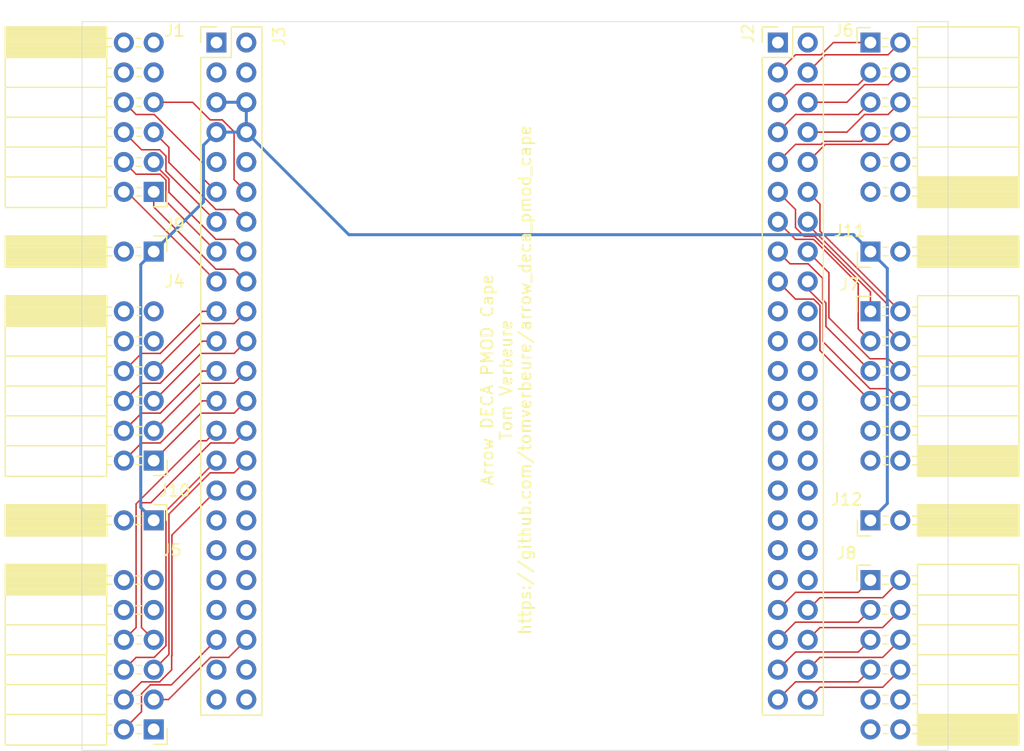
<source format=kicad_pcb>
(kicad_pcb (version 20171130) (host pcbnew "(5.1.6-0-10_14)")

  (general
    (thickness 1.6)
    (drawings 5)
    (tracks 278)
    (zones 0)
    (modules 12)
    (nets 51)
  )

  (page A4)
  (layers
    (0 F.Cu signal)
    (1 In1.Cu signal)
    (2 In2.Cu signal)
    (31 B.Cu signal)
    (32 B.Adhes user)
    (33 F.Adhes user)
    (34 B.Paste user)
    (35 F.Paste user)
    (36 B.SilkS user)
    (37 F.SilkS user)
    (38 B.Mask user)
    (39 F.Mask user)
    (40 Dwgs.User user)
    (41 Cmts.User user)
    (42 Eco1.User user)
    (43 Eco2.User user)
    (44 Edge.Cuts user)
    (45 Margin user)
    (46 B.CrtYd user)
    (47 F.CrtYd user)
    (48 B.Fab user)
    (49 F.Fab user)
  )

  (setup
    (last_trace_width 0.127)
    (trace_clearance 0.127)
    (zone_clearance 0.508)
    (zone_45_only no)
    (trace_min 0.127)
    (via_size 0.508)
    (via_drill 0.254)
    (via_min_size 0.254)
    (via_min_drill 0.127)
    (uvia_size 0.3)
    (uvia_drill 0.1)
    (uvias_allowed no)
    (uvia_min_size 0.2)
    (uvia_min_drill 0.1)
    (edge_width 0.05)
    (segment_width 0.2)
    (pcb_text_width 0.3)
    (pcb_text_size 1.5 1.5)
    (mod_edge_width 0.12)
    (mod_text_size 1 1)
    (mod_text_width 0.15)
    (pad_size 1.524 1.524)
    (pad_drill 0.762)
    (pad_to_mask_clearance 0.05)
    (aux_axis_origin 0 0)
    (visible_elements FFFFFF7F)
    (pcbplotparams
      (layerselection 0x010fc_ffffffff)
      (usegerberextensions false)
      (usegerberattributes true)
      (usegerberadvancedattributes true)
      (creategerberjobfile true)
      (excludeedgelayer true)
      (linewidth 0.100000)
      (plotframeref false)
      (viasonmask false)
      (mode 1)
      (useauxorigin false)
      (hpglpennumber 1)
      (hpglpenspeed 20)
      (hpglpendiameter 15.000000)
      (psnegative false)
      (psa4output false)
      (plotreference true)
      (plotvalue true)
      (plotinvisibletext false)
      (padsonsilk false)
      (subtractmaskfromsilk false)
      (outputformat 1)
      (mirror false)
      (drillshape 1)
      (scaleselection 1)
      (outputdirectory ""))
  )

  (net 0 "")
  (net 1 /GPIO0_D2)
  (net 2 /GPIO0_D0)
  (net 3 /GPIO0_D43)
  (net 4 /GPIO0_D42)
  (net 5 /GPIO0_D41)
  (net 6 /GPIO0_D40)
  (net 7 /GPIO0_D39)
  (net 8 /GPIO0_D38)
  (net 9 /GPIO0_D37)
  (net 10 /GPIO0_D36)
  (net 11 /GPIO0_D15)
  (net 12 /GPIO0_D14)
  (net 13 /GPIO0_D13)
  (net 14 /GPIO0_D12)
  (net 15 /GPIO0_D11)
  (net 16 /GPIO0_D10)
  (net 17 /GPIO0_D9)
  (net 18 /GPIO0_D8)
  (net 19 /GPIO0_D7)
  (net 20 /GPIO0_D6)
  (net 21 /GPIO0_D5)
  (net 22 /GPIO0_D4)
  (net 23 /GPIO0_D3)
  (net 24 /GPIO0_D1)
  (net 25 GND)
  (net 26 /GPIO1_D22)
  (net 27 /GPIO1_D21)
  (net 28 /GPIO1_D20)
  (net 29 /GPIO1_D19)
  (net 30 /GPIO1_D18)
  (net 31 /GPIO1_D17)
  (net 32 /GPIO1_D16)
  (net 33 /GPIO1_D15)
  (net 34 /GPIO1_D14)
  (net 35 /GPIO1_D13)
  (net 36 /GPIO1_D12)
  (net 37 /GPIO1_D11)
  (net 38 /GPIO1_D10)
  (net 39 /GPIO1_D9)
  (net 40 /GPIO1_D8)
  (net 41 /GPIO1_D7)
  (net 42 /GPIO1_D6)
  (net 43 /GPIO1_D5)
  (net 44 /GPIO1_D4)
  (net 45 /GPIO1_D3)
  (net 46 /GPIO1_D2)
  (net 47 /GPIO1_D1)
  (net 48 /GPIO1_D0)
  (net 49 +5V)
  (net 50 +3V3)

  (net_class Default "This is the default net class."
    (clearance 0.127)
    (trace_width 0.127)
    (via_dia 0.508)
    (via_drill 0.254)
    (uvia_dia 0.3)
    (uvia_drill 0.1)
    (add_net /GPIO0_D0)
    (add_net /GPIO0_D1)
    (add_net /GPIO0_D10)
    (add_net /GPIO0_D11)
    (add_net /GPIO0_D12)
    (add_net /GPIO0_D13)
    (add_net /GPIO0_D14)
    (add_net /GPIO0_D15)
    (add_net /GPIO0_D2)
    (add_net /GPIO0_D3)
    (add_net /GPIO0_D36)
    (add_net /GPIO0_D37)
    (add_net /GPIO0_D38)
    (add_net /GPIO0_D39)
    (add_net /GPIO0_D4)
    (add_net /GPIO0_D40)
    (add_net /GPIO0_D41)
    (add_net /GPIO0_D42)
    (add_net /GPIO0_D43)
    (add_net /GPIO0_D5)
    (add_net /GPIO0_D6)
    (add_net /GPIO0_D7)
    (add_net /GPIO0_D8)
    (add_net /GPIO0_D9)
    (add_net /GPIO1_D0)
    (add_net /GPIO1_D1)
    (add_net /GPIO1_D10)
    (add_net /GPIO1_D11)
    (add_net /GPIO1_D12)
    (add_net /GPIO1_D13)
    (add_net /GPIO1_D14)
    (add_net /GPIO1_D15)
    (add_net /GPIO1_D16)
    (add_net /GPIO1_D17)
    (add_net /GPIO1_D18)
    (add_net /GPIO1_D19)
    (add_net /GPIO1_D2)
    (add_net /GPIO1_D20)
    (add_net /GPIO1_D21)
    (add_net /GPIO1_D22)
    (add_net /GPIO1_D3)
    (add_net /GPIO1_D4)
    (add_net /GPIO1_D5)
    (add_net /GPIO1_D6)
    (add_net /GPIO1_D7)
    (add_net /GPIO1_D8)
    (add_net /GPIO1_D9)
  )

  (net_class Power ""
    (clearance 0.127)
    (trace_width 0.254)
    (via_dia 0.762)
    (via_drill 0.381)
    (uvia_dia 0.3)
    (uvia_drill 0.1)
    (add_net +3V3)
    (add_net +5V)
    (add_net GND)
  )

  (module custom_parts:PMOD_Female_Horizontal (layer F.Cu) (tedit 609A1D99) (tstamp 60E2C040)
    (at 121.666 83.82 180)
    (descr "Through hole angled socket strip, 2x06, 2.54mm pitch, 8.51mm socket length, double cols (from Kicad 4.0.7), script generated")
    (tags "Through hole angled socket strip THT 2x06 2.54mm double row")
    (path /60CF4BB4)
    (fp_text reference J8 (at 2.032 14.986) (layer F.SilkS)
      (effects (font (size 1 1) (thickness 0.15)))
    )
    (fp_text value PMOD_F (at -5.65 15.47) (layer F.Fab)
      (effects (font (size 1 1) (thickness 0.15)))
    )
    (fp_line (start -12.57 -1.27) (end -5.03 -1.27) (layer F.Fab) (width 0.1))
    (fp_line (start -5.03 -1.27) (end -4.06 -0.3) (layer F.Fab) (width 0.1))
    (fp_line (start -4.06 -0.3) (end -4.06 13.97) (layer F.Fab) (width 0.1))
    (fp_line (start -4.06 13.97) (end -12.57 13.97) (layer F.Fab) (width 0.1))
    (fp_line (start -12.57 13.97) (end -12.57 -1.27) (layer F.Fab) (width 0.1))
    (fp_line (start 0 -0.3) (end -4.06 -0.3) (layer F.Fab) (width 0.1))
    (fp_line (start -4.06 0.3) (end 0 0.3) (layer F.Fab) (width 0.1))
    (fp_line (start 0 0.3) (end 0 -0.3) (layer F.Fab) (width 0.1))
    (fp_line (start 0 2.24) (end -4.06 2.24) (layer F.Fab) (width 0.1))
    (fp_line (start -4.06 2.84) (end 0 2.84) (layer F.Fab) (width 0.1))
    (fp_line (start 0 2.84) (end 0 2.24) (layer F.Fab) (width 0.1))
    (fp_line (start 0 4.78) (end -4.06 4.78) (layer F.Fab) (width 0.1))
    (fp_line (start -4.06 5.38) (end 0 5.38) (layer F.Fab) (width 0.1))
    (fp_line (start 0 5.38) (end 0 4.78) (layer F.Fab) (width 0.1))
    (fp_line (start 0 7.32) (end -4.06 7.32) (layer F.Fab) (width 0.1))
    (fp_line (start -4.06 7.92) (end 0 7.92) (layer F.Fab) (width 0.1))
    (fp_line (start 0 7.92) (end 0 7.32) (layer F.Fab) (width 0.1))
    (fp_line (start 0 9.86) (end -4.06 9.86) (layer F.Fab) (width 0.1))
    (fp_line (start -4.06 10.46) (end 0 10.46) (layer F.Fab) (width 0.1))
    (fp_line (start 0 10.46) (end 0 9.86) (layer F.Fab) (width 0.1))
    (fp_line (start 0 12.4) (end -4.06 12.4) (layer F.Fab) (width 0.1))
    (fp_line (start -4.06 13) (end 0 13) (layer F.Fab) (width 0.1))
    (fp_line (start 0 13) (end 0 12.4) (layer F.Fab) (width 0.1))
    (fp_line (start -12.63 -1.21) (end -4 -1.21) (layer F.SilkS) (width 0.12))
    (fp_line (start -12.63 -1.091905) (end -4 -1.091905) (layer F.SilkS) (width 0.12))
    (fp_line (start -12.63 -0.97381) (end -4 -0.97381) (layer F.SilkS) (width 0.12))
    (fp_line (start -12.63 -0.855715) (end -4 -0.855715) (layer F.SilkS) (width 0.12))
    (fp_line (start -12.63 -0.73762) (end -4 -0.73762) (layer F.SilkS) (width 0.12))
    (fp_line (start -12.63 -0.619525) (end -4 -0.619525) (layer F.SilkS) (width 0.12))
    (fp_line (start -12.63 -0.50143) (end -4 -0.50143) (layer F.SilkS) (width 0.12))
    (fp_line (start -12.63 -0.383335) (end -4 -0.383335) (layer F.SilkS) (width 0.12))
    (fp_line (start -12.63 -0.26524) (end -4 -0.26524) (layer F.SilkS) (width 0.12))
    (fp_line (start -12.63 -0.147145) (end -4 -0.147145) (layer F.SilkS) (width 0.12))
    (fp_line (start -12.63 -0.02905) (end -4 -0.02905) (layer F.SilkS) (width 0.12))
    (fp_line (start -12.63 0.089045) (end -4 0.089045) (layer F.SilkS) (width 0.12))
    (fp_line (start -12.63 0.20714) (end -4 0.20714) (layer F.SilkS) (width 0.12))
    (fp_line (start -12.63 0.325235) (end -4 0.325235) (layer F.SilkS) (width 0.12))
    (fp_line (start -12.63 0.44333) (end -4 0.44333) (layer F.SilkS) (width 0.12))
    (fp_line (start -12.63 0.561425) (end -4 0.561425) (layer F.SilkS) (width 0.12))
    (fp_line (start -12.63 0.67952) (end -4 0.67952) (layer F.SilkS) (width 0.12))
    (fp_line (start -12.63 0.797615) (end -4 0.797615) (layer F.SilkS) (width 0.12))
    (fp_line (start -12.63 0.91571) (end -4 0.91571) (layer F.SilkS) (width 0.12))
    (fp_line (start -12.63 1.033805) (end -4 1.033805) (layer F.SilkS) (width 0.12))
    (fp_line (start -12.63 1.1519) (end -4 1.1519) (layer F.SilkS) (width 0.12))
    (fp_line (start -4 -0.36) (end -3.59 -0.36) (layer F.SilkS) (width 0.12))
    (fp_line (start -1.49 -0.36) (end -1.11 -0.36) (layer F.SilkS) (width 0.12))
    (fp_line (start -4 0.36) (end -3.59 0.36) (layer F.SilkS) (width 0.12))
    (fp_line (start -1.49 0.36) (end -1.11 0.36) (layer F.SilkS) (width 0.12))
    (fp_line (start -4 2.18) (end -3.59 2.18) (layer F.SilkS) (width 0.12))
    (fp_line (start -1.49 2.18) (end -1.05 2.18) (layer F.SilkS) (width 0.12))
    (fp_line (start -4 2.9) (end -3.59 2.9) (layer F.SilkS) (width 0.12))
    (fp_line (start -1.49 2.9) (end -1.05 2.9) (layer F.SilkS) (width 0.12))
    (fp_line (start -4 4.72) (end -3.59 4.72) (layer F.SilkS) (width 0.12))
    (fp_line (start -1.49 4.72) (end -1.05 4.72) (layer F.SilkS) (width 0.12))
    (fp_line (start -4 5.44) (end -3.59 5.44) (layer F.SilkS) (width 0.12))
    (fp_line (start -1.49 5.44) (end -1.05 5.44) (layer F.SilkS) (width 0.12))
    (fp_line (start -4 7.26) (end -3.59 7.26) (layer F.SilkS) (width 0.12))
    (fp_line (start -1.49 7.26) (end -1.05 7.26) (layer F.SilkS) (width 0.12))
    (fp_line (start -4 7.98) (end -3.59 7.98) (layer F.SilkS) (width 0.12))
    (fp_line (start -1.49 7.98) (end -1.05 7.98) (layer F.SilkS) (width 0.12))
    (fp_line (start -4 9.8) (end -3.59 9.8) (layer F.SilkS) (width 0.12))
    (fp_line (start -1.49 9.8) (end -1.05 9.8) (layer F.SilkS) (width 0.12))
    (fp_line (start -4 10.52) (end -3.59 10.52) (layer F.SilkS) (width 0.12))
    (fp_line (start -1.49 10.52) (end -1.05 10.52) (layer F.SilkS) (width 0.12))
    (fp_line (start -4 12.34) (end -3.59 12.34) (layer F.SilkS) (width 0.12))
    (fp_line (start -1.49 12.34) (end -1.05 12.34) (layer F.SilkS) (width 0.12))
    (fp_line (start -4 13.06) (end -3.59 13.06) (layer F.SilkS) (width 0.12))
    (fp_line (start -1.49 13.06) (end -1.05 13.06) (layer F.SilkS) (width 0.12))
    (fp_line (start -12.63 1.27) (end -4 1.27) (layer F.SilkS) (width 0.12))
    (fp_line (start -12.63 3.81) (end -4 3.81) (layer F.SilkS) (width 0.12))
    (fp_line (start -12.63 6.35) (end -4 6.35) (layer F.SilkS) (width 0.12))
    (fp_line (start -12.63 8.89) (end -4 8.89) (layer F.SilkS) (width 0.12))
    (fp_line (start -12.63 11.43) (end -4 11.43) (layer F.SilkS) (width 0.12))
    (fp_line (start -12.63 -1.33) (end -4 -1.33) (layer F.SilkS) (width 0.12))
    (fp_line (start -4 -1.33) (end -4 14.03) (layer F.SilkS) (width 0.12))
    (fp_line (start -12.63 14.03) (end -4 14.03) (layer F.SilkS) (width 0.12))
    (fp_line (start -12.63 -1.33) (end -12.63 14.03) (layer F.SilkS) (width 0.12))
    (fp_line (start 1.143 12.64) (end 1.143 13.97) (layer F.SilkS) (width 0.12))
    (fp_line (start 0 13.97) (end 1.11 13.97) (layer F.SilkS) (width 0.12))
    (fp_line (start 1.8 -1.8) (end -13.05 -1.8) (layer F.CrtYd) (width 0.05))
    (fp_line (start -13.05 -1.8) (end -13.05 14.45) (layer F.CrtYd) (width 0.05))
    (fp_line (start -13.05 14.45) (end 1.8 14.45) (layer F.CrtYd) (width 0.05))
    (fp_line (start 1.8 14.45) (end 1.8 -1.8) (layer F.CrtYd) (width 0.05))
    (fp_text user %R (at -8.315 6.35 90) (layer F.Fab)
      (effects (font (size 1 1) (thickness 0.15)))
    )
    (pad 2 thru_hole oval (at 0 10.16 180) (size 1.7 1.7) (drill 1) (layers *.Cu *.Mask)
      (net 8 /GPIO0_D38))
    (pad 3 thru_hole oval (at 0 7.62 180) (size 1.7 1.7) (drill 1) (layers *.Cu *.Mask)
      (net 6 /GPIO0_D40))
    (pad 1 thru_hole rect (at 0 12.7 180) (size 1.7 1.7) (drill 1) (layers *.Cu *.Mask)
      (net 10 /GPIO0_D36))
    (pad 12 thru_hole oval (at -2.54 0 180) (size 1.7 1.7) (drill 1) (layers *.Cu *.Mask)
      (net 50 +3V3))
    (pad 11 thru_hole oval (at -2.54 2.54 180) (size 1.7 1.7) (drill 1) (layers *.Cu *.Mask)
      (net 25 GND))
    (pad 7 thru_hole oval (at -2.54 12.7 180) (size 1.7 1.7) (drill 1) (layers *.Cu *.Mask)
      (net 9 /GPIO0_D37))
    (pad 6 thru_hole oval (at 0 0 180) (size 1.7 1.7) (drill 1) (layers *.Cu *.Mask)
      (net 50 +3V3))
    (pad 9 thru_hole oval (at -2.54 7.62 180) (size 1.7 1.7) (drill 1) (layers *.Cu *.Mask)
      (net 5 /GPIO0_D41))
    (pad 10 thru_hole oval (at -2.54 5.08 180) (size 1.7 1.7) (drill 1) (layers *.Cu *.Mask)
      (net 3 /GPIO0_D43))
    (pad 5 thru_hole oval (at 0 2.54 180) (size 1.7 1.7) (drill 1) (layers *.Cu *.Mask)
      (net 25 GND))
    (pad 4 thru_hole oval (at 0 5.08 180) (size 1.7 1.7) (drill 1) (layers *.Cu *.Mask)
      (net 4 /GPIO0_D42))
    (pad 8 thru_hole oval (at -2.54 10.16 180) (size 1.7 1.7) (drill 1) (layers *.Cu *.Mask)
      (net 7 /GPIO0_D39))
    (model ${KISYS3DMOD}/Connector_PinSocket_2.54mm.3dshapes/PinSocket_2x06_P2.54mm_Horizontal.wrl
      (at (xyz 0 0 0))
      (scale (xyz 1 1 1))
      (rotate (xyz 0 0 0))
    )
  )

  (module custom_parts:PMOD_Female_Horizontal (layer F.Cu) (tedit 609A1D99) (tstamp 609B239B)
    (at 121.666 60.96 180)
    (descr "Through hole angled socket strip, 2x06, 2.54mm pitch, 8.51mm socket length, double cols (from Kicad 4.0.7), script generated")
    (tags "Through hole angled socket strip THT 2x06 2.54mm double row")
    (path /60CF4B83)
    (fp_text reference J7 (at 1.778 14.986) (layer F.SilkS)
      (effects (font (size 1 1) (thickness 0.15)))
    )
    (fp_text value PMOD_E (at -5.65 15.47) (layer F.Fab)
      (effects (font (size 1 1) (thickness 0.15)))
    )
    (fp_line (start -12.57 -1.27) (end -5.03 -1.27) (layer F.Fab) (width 0.1))
    (fp_line (start -5.03 -1.27) (end -4.06 -0.3) (layer F.Fab) (width 0.1))
    (fp_line (start -4.06 -0.3) (end -4.06 13.97) (layer F.Fab) (width 0.1))
    (fp_line (start -4.06 13.97) (end -12.57 13.97) (layer F.Fab) (width 0.1))
    (fp_line (start -12.57 13.97) (end -12.57 -1.27) (layer F.Fab) (width 0.1))
    (fp_line (start 0 -0.3) (end -4.06 -0.3) (layer F.Fab) (width 0.1))
    (fp_line (start -4.06 0.3) (end 0 0.3) (layer F.Fab) (width 0.1))
    (fp_line (start 0 0.3) (end 0 -0.3) (layer F.Fab) (width 0.1))
    (fp_line (start 0 2.24) (end -4.06 2.24) (layer F.Fab) (width 0.1))
    (fp_line (start -4.06 2.84) (end 0 2.84) (layer F.Fab) (width 0.1))
    (fp_line (start 0 2.84) (end 0 2.24) (layer F.Fab) (width 0.1))
    (fp_line (start 0 4.78) (end -4.06 4.78) (layer F.Fab) (width 0.1))
    (fp_line (start -4.06 5.38) (end 0 5.38) (layer F.Fab) (width 0.1))
    (fp_line (start 0 5.38) (end 0 4.78) (layer F.Fab) (width 0.1))
    (fp_line (start 0 7.32) (end -4.06 7.32) (layer F.Fab) (width 0.1))
    (fp_line (start -4.06 7.92) (end 0 7.92) (layer F.Fab) (width 0.1))
    (fp_line (start 0 7.92) (end 0 7.32) (layer F.Fab) (width 0.1))
    (fp_line (start 0 9.86) (end -4.06 9.86) (layer F.Fab) (width 0.1))
    (fp_line (start -4.06 10.46) (end 0 10.46) (layer F.Fab) (width 0.1))
    (fp_line (start 0 10.46) (end 0 9.86) (layer F.Fab) (width 0.1))
    (fp_line (start 0 12.4) (end -4.06 12.4) (layer F.Fab) (width 0.1))
    (fp_line (start -4.06 13) (end 0 13) (layer F.Fab) (width 0.1))
    (fp_line (start 0 13) (end 0 12.4) (layer F.Fab) (width 0.1))
    (fp_line (start -12.63 -1.21) (end -4 -1.21) (layer F.SilkS) (width 0.12))
    (fp_line (start -12.63 -1.091905) (end -4 -1.091905) (layer F.SilkS) (width 0.12))
    (fp_line (start -12.63 -0.97381) (end -4 -0.97381) (layer F.SilkS) (width 0.12))
    (fp_line (start -12.63 -0.855715) (end -4 -0.855715) (layer F.SilkS) (width 0.12))
    (fp_line (start -12.63 -0.73762) (end -4 -0.73762) (layer F.SilkS) (width 0.12))
    (fp_line (start -12.63 -0.619525) (end -4 -0.619525) (layer F.SilkS) (width 0.12))
    (fp_line (start -12.63 -0.50143) (end -4 -0.50143) (layer F.SilkS) (width 0.12))
    (fp_line (start -12.63 -0.383335) (end -4 -0.383335) (layer F.SilkS) (width 0.12))
    (fp_line (start -12.63 -0.26524) (end -4 -0.26524) (layer F.SilkS) (width 0.12))
    (fp_line (start -12.63 -0.147145) (end -4 -0.147145) (layer F.SilkS) (width 0.12))
    (fp_line (start -12.63 -0.02905) (end -4 -0.02905) (layer F.SilkS) (width 0.12))
    (fp_line (start -12.63 0.089045) (end -4 0.089045) (layer F.SilkS) (width 0.12))
    (fp_line (start -12.63 0.20714) (end -4 0.20714) (layer F.SilkS) (width 0.12))
    (fp_line (start -12.63 0.325235) (end -4 0.325235) (layer F.SilkS) (width 0.12))
    (fp_line (start -12.63 0.44333) (end -4 0.44333) (layer F.SilkS) (width 0.12))
    (fp_line (start -12.63 0.561425) (end -4 0.561425) (layer F.SilkS) (width 0.12))
    (fp_line (start -12.63 0.67952) (end -4 0.67952) (layer F.SilkS) (width 0.12))
    (fp_line (start -12.63 0.797615) (end -4 0.797615) (layer F.SilkS) (width 0.12))
    (fp_line (start -12.63 0.91571) (end -4 0.91571) (layer F.SilkS) (width 0.12))
    (fp_line (start -12.63 1.033805) (end -4 1.033805) (layer F.SilkS) (width 0.12))
    (fp_line (start -12.63 1.1519) (end -4 1.1519) (layer F.SilkS) (width 0.12))
    (fp_line (start -4 -0.36) (end -3.59 -0.36) (layer F.SilkS) (width 0.12))
    (fp_line (start -1.49 -0.36) (end -1.11 -0.36) (layer F.SilkS) (width 0.12))
    (fp_line (start -4 0.36) (end -3.59 0.36) (layer F.SilkS) (width 0.12))
    (fp_line (start -1.49 0.36) (end -1.11 0.36) (layer F.SilkS) (width 0.12))
    (fp_line (start -4 2.18) (end -3.59 2.18) (layer F.SilkS) (width 0.12))
    (fp_line (start -1.49 2.18) (end -1.05 2.18) (layer F.SilkS) (width 0.12))
    (fp_line (start -4 2.9) (end -3.59 2.9) (layer F.SilkS) (width 0.12))
    (fp_line (start -1.49 2.9) (end -1.05 2.9) (layer F.SilkS) (width 0.12))
    (fp_line (start -4 4.72) (end -3.59 4.72) (layer F.SilkS) (width 0.12))
    (fp_line (start -1.49 4.72) (end -1.05 4.72) (layer F.SilkS) (width 0.12))
    (fp_line (start -4 5.44) (end -3.59 5.44) (layer F.SilkS) (width 0.12))
    (fp_line (start -1.49 5.44) (end -1.05 5.44) (layer F.SilkS) (width 0.12))
    (fp_line (start -4 7.26) (end -3.59 7.26) (layer F.SilkS) (width 0.12))
    (fp_line (start -1.49 7.26) (end -1.05 7.26) (layer F.SilkS) (width 0.12))
    (fp_line (start -4 7.98) (end -3.59 7.98) (layer F.SilkS) (width 0.12))
    (fp_line (start -1.49 7.98) (end -1.05 7.98) (layer F.SilkS) (width 0.12))
    (fp_line (start -4 9.8) (end -3.59 9.8) (layer F.SilkS) (width 0.12))
    (fp_line (start -1.49 9.8) (end -1.05 9.8) (layer F.SilkS) (width 0.12))
    (fp_line (start -4 10.52) (end -3.59 10.52) (layer F.SilkS) (width 0.12))
    (fp_line (start -1.49 10.52) (end -1.05 10.52) (layer F.SilkS) (width 0.12))
    (fp_line (start -4 12.34) (end -3.59 12.34) (layer F.SilkS) (width 0.12))
    (fp_line (start -1.49 12.34) (end -1.05 12.34) (layer F.SilkS) (width 0.12))
    (fp_line (start -4 13.06) (end -3.59 13.06) (layer F.SilkS) (width 0.12))
    (fp_line (start -1.49 13.06) (end -1.05 13.06) (layer F.SilkS) (width 0.12))
    (fp_line (start -12.63 1.27) (end -4 1.27) (layer F.SilkS) (width 0.12))
    (fp_line (start -12.63 3.81) (end -4 3.81) (layer F.SilkS) (width 0.12))
    (fp_line (start -12.63 6.35) (end -4 6.35) (layer F.SilkS) (width 0.12))
    (fp_line (start -12.63 8.89) (end -4 8.89) (layer F.SilkS) (width 0.12))
    (fp_line (start -12.63 11.43) (end -4 11.43) (layer F.SilkS) (width 0.12))
    (fp_line (start -12.63 -1.33) (end -4 -1.33) (layer F.SilkS) (width 0.12))
    (fp_line (start -4 -1.33) (end -4 14.03) (layer F.SilkS) (width 0.12))
    (fp_line (start -12.63 14.03) (end -4 14.03) (layer F.SilkS) (width 0.12))
    (fp_line (start -12.63 -1.33) (end -12.63 14.03) (layer F.SilkS) (width 0.12))
    (fp_line (start 1.143 12.64) (end 1.143 13.97) (layer F.SilkS) (width 0.12))
    (fp_line (start 0 13.97) (end 1.11 13.97) (layer F.SilkS) (width 0.12))
    (fp_line (start 1.8 -1.8) (end -13.05 -1.8) (layer F.CrtYd) (width 0.05))
    (fp_line (start -13.05 -1.8) (end -13.05 14.45) (layer F.CrtYd) (width 0.05))
    (fp_line (start -13.05 14.45) (end 1.8 14.45) (layer F.CrtYd) (width 0.05))
    (fp_line (start 1.8 14.45) (end 1.8 -1.8) (layer F.CrtYd) (width 0.05))
    (fp_text user %R (at -8.315 6.35 90) (layer F.Fab)
      (effects (font (size 1 1) (thickness 0.15)))
    )
    (pad 2 thru_hole oval (at 0 10.16 180) (size 1.7 1.7) (drill 1) (layers *.Cu *.Mask)
      (net 16 /GPIO0_D10))
    (pad 3 thru_hole oval (at 0 7.62 180) (size 1.7 1.7) (drill 1) (layers *.Cu *.Mask)
      (net 14 /GPIO0_D12))
    (pad 1 thru_hole rect (at 0 12.7 180) (size 1.7 1.7) (drill 1) (layers *.Cu *.Mask)
      (net 18 /GPIO0_D8))
    (pad 12 thru_hole oval (at -2.54 0 180) (size 1.7 1.7) (drill 1) (layers *.Cu *.Mask)
      (net 50 +3V3))
    (pad 11 thru_hole oval (at -2.54 2.54 180) (size 1.7 1.7) (drill 1) (layers *.Cu *.Mask)
      (net 25 GND))
    (pad 7 thru_hole oval (at -2.54 12.7 180) (size 1.7 1.7) (drill 1) (layers *.Cu *.Mask)
      (net 17 /GPIO0_D9))
    (pad 6 thru_hole oval (at 0 0 180) (size 1.7 1.7) (drill 1) (layers *.Cu *.Mask)
      (net 50 +3V3))
    (pad 9 thru_hole oval (at -2.54 7.62 180) (size 1.7 1.7) (drill 1) (layers *.Cu *.Mask)
      (net 13 /GPIO0_D13))
    (pad 10 thru_hole oval (at -2.54 5.08 180) (size 1.7 1.7) (drill 1) (layers *.Cu *.Mask)
      (net 11 /GPIO0_D15))
    (pad 5 thru_hole oval (at 0 2.54 180) (size 1.7 1.7) (drill 1) (layers *.Cu *.Mask)
      (net 25 GND))
    (pad 4 thru_hole oval (at 0 5.08 180) (size 1.7 1.7) (drill 1) (layers *.Cu *.Mask)
      (net 12 /GPIO0_D14))
    (pad 8 thru_hole oval (at -2.54 10.16 180) (size 1.7 1.7) (drill 1) (layers *.Cu *.Mask)
      (net 15 /GPIO0_D11))
    (model ${KISYS3DMOD}/Connector_PinSocket_2.54mm.3dshapes/PinSocket_2x06_P2.54mm_Horizontal.wrl
      (at (xyz 0 0 0))
      (scale (xyz 1 1 1))
      (rotate (xyz 0 0 0))
    )
  )

  (module custom_parts:PMOD_Female_Horizontal (layer F.Cu) (tedit 609A1D99) (tstamp 609B3AAB)
    (at 121.666 38.1 180)
    (descr "Through hole angled socket strip, 2x06, 2.54mm pitch, 8.51mm socket length, double cols (from Kicad 4.0.7), script generated")
    (tags "Through hole angled socket strip THT 2x06 2.54mm double row")
    (path /60CF4B52)
    (fp_text reference J6 (at 2.286 13.716) (layer F.SilkS)
      (effects (font (size 1 1) (thickness 0.15)))
    )
    (fp_text value PMOD_D (at -5.65 15.47) (layer F.Fab)
      (effects (font (size 1 1) (thickness 0.15)))
    )
    (fp_line (start -12.57 -1.27) (end -5.03 -1.27) (layer F.Fab) (width 0.1))
    (fp_line (start -5.03 -1.27) (end -4.06 -0.3) (layer F.Fab) (width 0.1))
    (fp_line (start -4.06 -0.3) (end -4.06 13.97) (layer F.Fab) (width 0.1))
    (fp_line (start -4.06 13.97) (end -12.57 13.97) (layer F.Fab) (width 0.1))
    (fp_line (start -12.57 13.97) (end -12.57 -1.27) (layer F.Fab) (width 0.1))
    (fp_line (start 0 -0.3) (end -4.06 -0.3) (layer F.Fab) (width 0.1))
    (fp_line (start -4.06 0.3) (end 0 0.3) (layer F.Fab) (width 0.1))
    (fp_line (start 0 0.3) (end 0 -0.3) (layer F.Fab) (width 0.1))
    (fp_line (start 0 2.24) (end -4.06 2.24) (layer F.Fab) (width 0.1))
    (fp_line (start -4.06 2.84) (end 0 2.84) (layer F.Fab) (width 0.1))
    (fp_line (start 0 2.84) (end 0 2.24) (layer F.Fab) (width 0.1))
    (fp_line (start 0 4.78) (end -4.06 4.78) (layer F.Fab) (width 0.1))
    (fp_line (start -4.06 5.38) (end 0 5.38) (layer F.Fab) (width 0.1))
    (fp_line (start 0 5.38) (end 0 4.78) (layer F.Fab) (width 0.1))
    (fp_line (start 0 7.32) (end -4.06 7.32) (layer F.Fab) (width 0.1))
    (fp_line (start -4.06 7.92) (end 0 7.92) (layer F.Fab) (width 0.1))
    (fp_line (start 0 7.92) (end 0 7.32) (layer F.Fab) (width 0.1))
    (fp_line (start 0 9.86) (end -4.06 9.86) (layer F.Fab) (width 0.1))
    (fp_line (start -4.06 10.46) (end 0 10.46) (layer F.Fab) (width 0.1))
    (fp_line (start 0 10.46) (end 0 9.86) (layer F.Fab) (width 0.1))
    (fp_line (start 0 12.4) (end -4.06 12.4) (layer F.Fab) (width 0.1))
    (fp_line (start -4.06 13) (end 0 13) (layer F.Fab) (width 0.1))
    (fp_line (start 0 13) (end 0 12.4) (layer F.Fab) (width 0.1))
    (fp_line (start -12.63 -1.21) (end -4 -1.21) (layer F.SilkS) (width 0.12))
    (fp_line (start -12.63 -1.091905) (end -4 -1.091905) (layer F.SilkS) (width 0.12))
    (fp_line (start -12.63 -0.97381) (end -4 -0.97381) (layer F.SilkS) (width 0.12))
    (fp_line (start -12.63 -0.855715) (end -4 -0.855715) (layer F.SilkS) (width 0.12))
    (fp_line (start -12.63 -0.73762) (end -4 -0.73762) (layer F.SilkS) (width 0.12))
    (fp_line (start -12.63 -0.619525) (end -4 -0.619525) (layer F.SilkS) (width 0.12))
    (fp_line (start -12.63 -0.50143) (end -4 -0.50143) (layer F.SilkS) (width 0.12))
    (fp_line (start -12.63 -0.383335) (end -4 -0.383335) (layer F.SilkS) (width 0.12))
    (fp_line (start -12.63 -0.26524) (end -4 -0.26524) (layer F.SilkS) (width 0.12))
    (fp_line (start -12.63 -0.147145) (end -4 -0.147145) (layer F.SilkS) (width 0.12))
    (fp_line (start -12.63 -0.02905) (end -4 -0.02905) (layer F.SilkS) (width 0.12))
    (fp_line (start -12.63 0.089045) (end -4 0.089045) (layer F.SilkS) (width 0.12))
    (fp_line (start -12.63 0.20714) (end -4 0.20714) (layer F.SilkS) (width 0.12))
    (fp_line (start -12.63 0.325235) (end -4 0.325235) (layer F.SilkS) (width 0.12))
    (fp_line (start -12.63 0.44333) (end -4 0.44333) (layer F.SilkS) (width 0.12))
    (fp_line (start -12.63 0.561425) (end -4 0.561425) (layer F.SilkS) (width 0.12))
    (fp_line (start -12.63 0.67952) (end -4 0.67952) (layer F.SilkS) (width 0.12))
    (fp_line (start -12.63 0.797615) (end -4 0.797615) (layer F.SilkS) (width 0.12))
    (fp_line (start -12.63 0.91571) (end -4 0.91571) (layer F.SilkS) (width 0.12))
    (fp_line (start -12.63 1.033805) (end -4 1.033805) (layer F.SilkS) (width 0.12))
    (fp_line (start -12.63 1.1519) (end -4 1.1519) (layer F.SilkS) (width 0.12))
    (fp_line (start -4 -0.36) (end -3.59 -0.36) (layer F.SilkS) (width 0.12))
    (fp_line (start -1.49 -0.36) (end -1.11 -0.36) (layer F.SilkS) (width 0.12))
    (fp_line (start -4 0.36) (end -3.59 0.36) (layer F.SilkS) (width 0.12))
    (fp_line (start -1.49 0.36) (end -1.11 0.36) (layer F.SilkS) (width 0.12))
    (fp_line (start -4 2.18) (end -3.59 2.18) (layer F.SilkS) (width 0.12))
    (fp_line (start -1.49 2.18) (end -1.05 2.18) (layer F.SilkS) (width 0.12))
    (fp_line (start -4 2.9) (end -3.59 2.9) (layer F.SilkS) (width 0.12))
    (fp_line (start -1.49 2.9) (end -1.05 2.9) (layer F.SilkS) (width 0.12))
    (fp_line (start -4 4.72) (end -3.59 4.72) (layer F.SilkS) (width 0.12))
    (fp_line (start -1.49 4.72) (end -1.05 4.72) (layer F.SilkS) (width 0.12))
    (fp_line (start -4 5.44) (end -3.59 5.44) (layer F.SilkS) (width 0.12))
    (fp_line (start -1.49 5.44) (end -1.05 5.44) (layer F.SilkS) (width 0.12))
    (fp_line (start -4 7.26) (end -3.59 7.26) (layer F.SilkS) (width 0.12))
    (fp_line (start -1.49 7.26) (end -1.05 7.26) (layer F.SilkS) (width 0.12))
    (fp_line (start -4 7.98) (end -3.59 7.98) (layer F.SilkS) (width 0.12))
    (fp_line (start -1.49 7.98) (end -1.05 7.98) (layer F.SilkS) (width 0.12))
    (fp_line (start -4 9.8) (end -3.59 9.8) (layer F.SilkS) (width 0.12))
    (fp_line (start -1.49 9.8) (end -1.05 9.8) (layer F.SilkS) (width 0.12))
    (fp_line (start -4 10.52) (end -3.59 10.52) (layer F.SilkS) (width 0.12))
    (fp_line (start -1.49 10.52) (end -1.05 10.52) (layer F.SilkS) (width 0.12))
    (fp_line (start -4 12.34) (end -3.59 12.34) (layer F.SilkS) (width 0.12))
    (fp_line (start -1.49 12.34) (end -1.05 12.34) (layer F.SilkS) (width 0.12))
    (fp_line (start -4 13.06) (end -3.59 13.06) (layer F.SilkS) (width 0.12))
    (fp_line (start -1.49 13.06) (end -1.05 13.06) (layer F.SilkS) (width 0.12))
    (fp_line (start -12.63 1.27) (end -4 1.27) (layer F.SilkS) (width 0.12))
    (fp_line (start -12.63 3.81) (end -4 3.81) (layer F.SilkS) (width 0.12))
    (fp_line (start -12.63 6.35) (end -4 6.35) (layer F.SilkS) (width 0.12))
    (fp_line (start -12.63 8.89) (end -4 8.89) (layer F.SilkS) (width 0.12))
    (fp_line (start -12.63 11.43) (end -4 11.43) (layer F.SilkS) (width 0.12))
    (fp_line (start -12.63 -1.33) (end -4 -1.33) (layer F.SilkS) (width 0.12))
    (fp_line (start -4 -1.33) (end -4 14.03) (layer F.SilkS) (width 0.12))
    (fp_line (start -12.63 14.03) (end -4 14.03) (layer F.SilkS) (width 0.12))
    (fp_line (start -12.63 -1.33) (end -12.63 14.03) (layer F.SilkS) (width 0.12))
    (fp_line (start 1.143 12.64) (end 1.143 13.97) (layer F.SilkS) (width 0.12))
    (fp_line (start 0 13.97) (end 1.11 13.97) (layer F.SilkS) (width 0.12))
    (fp_line (start 1.8 -1.8) (end -13.05 -1.8) (layer F.CrtYd) (width 0.05))
    (fp_line (start -13.05 -1.8) (end -13.05 14.45) (layer F.CrtYd) (width 0.05))
    (fp_line (start -13.05 14.45) (end 1.8 14.45) (layer F.CrtYd) (width 0.05))
    (fp_line (start 1.8 14.45) (end 1.8 -1.8) (layer F.CrtYd) (width 0.05))
    (fp_text user %R (at -8.315 6.35 90) (layer F.Fab)
      (effects (font (size 1 1) (thickness 0.15)))
    )
    (pad 2 thru_hole oval (at 0 10.16 180) (size 1.7 1.7) (drill 1) (layers *.Cu *.Mask)
      (net 1 /GPIO0_D2))
    (pad 3 thru_hole oval (at 0 7.62 180) (size 1.7 1.7) (drill 1) (layers *.Cu *.Mask)
      (net 22 /GPIO0_D4))
    (pad 1 thru_hole rect (at 0 12.7 180) (size 1.7 1.7) (drill 1) (layers *.Cu *.Mask)
      (net 2 /GPIO0_D0))
    (pad 12 thru_hole oval (at -2.54 0 180) (size 1.7 1.7) (drill 1) (layers *.Cu *.Mask)
      (net 50 +3V3))
    (pad 11 thru_hole oval (at -2.54 2.54 180) (size 1.7 1.7) (drill 1) (layers *.Cu *.Mask)
      (net 25 GND))
    (pad 7 thru_hole oval (at -2.54 12.7 180) (size 1.7 1.7) (drill 1) (layers *.Cu *.Mask)
      (net 24 /GPIO0_D1))
    (pad 6 thru_hole oval (at 0 0 180) (size 1.7 1.7) (drill 1) (layers *.Cu *.Mask)
      (net 50 +3V3))
    (pad 9 thru_hole oval (at -2.54 7.62 180) (size 1.7 1.7) (drill 1) (layers *.Cu *.Mask)
      (net 21 /GPIO0_D5))
    (pad 10 thru_hole oval (at -2.54 5.08 180) (size 1.7 1.7) (drill 1) (layers *.Cu *.Mask)
      (net 19 /GPIO0_D7))
    (pad 5 thru_hole oval (at 0 2.54 180) (size 1.7 1.7) (drill 1) (layers *.Cu *.Mask)
      (net 25 GND))
    (pad 4 thru_hole oval (at 0 5.08 180) (size 1.7 1.7) (drill 1) (layers *.Cu *.Mask)
      (net 20 /GPIO0_D6))
    (pad 8 thru_hole oval (at -2.54 10.16 180) (size 1.7 1.7) (drill 1) (layers *.Cu *.Mask)
      (net 23 /GPIO0_D3))
    (model ${KISYS3DMOD}/Connector_PinSocket_2.54mm.3dshapes/PinSocket_2x06_P2.54mm_Horizontal.wrl
      (at (xyz 0 0 0))
      (scale (xyz 1 1 1))
      (rotate (xyz 0 0 0))
    )
  )

  (module custom_parts:PMOD_Female_Horizontal (layer F.Cu) (tedit 609A1D99) (tstamp 609B36CA)
    (at 60.706 48.26)
    (descr "Through hole angled socket strip, 2x06, 2.54mm pitch, 8.51mm socket length, double cols (from Kicad 4.0.7), script generated")
    (tags "Through hole angled socket strip THT 2x06 2.54mm double row")
    (path /60CC7988)
    (fp_text reference J4 (at 1.778 -2.54) (layer F.SilkS)
      (effects (font (size 1 1) (thickness 0.15)))
    )
    (fp_text value PMOD_B (at 2.794 5.08 90) (layer F.Fab)
      (effects (font (size 1 1) (thickness 0.15)))
    )
    (fp_line (start -12.57 -1.27) (end -5.03 -1.27) (layer F.Fab) (width 0.1))
    (fp_line (start -5.03 -1.27) (end -4.06 -0.3) (layer F.Fab) (width 0.1))
    (fp_line (start -4.06 -0.3) (end -4.06 13.97) (layer F.Fab) (width 0.1))
    (fp_line (start -4.06 13.97) (end -12.57 13.97) (layer F.Fab) (width 0.1))
    (fp_line (start -12.57 13.97) (end -12.57 -1.27) (layer F.Fab) (width 0.1))
    (fp_line (start 0 -0.3) (end -4.06 -0.3) (layer F.Fab) (width 0.1))
    (fp_line (start -4.06 0.3) (end 0 0.3) (layer F.Fab) (width 0.1))
    (fp_line (start 0 0.3) (end 0 -0.3) (layer F.Fab) (width 0.1))
    (fp_line (start 0 2.24) (end -4.06 2.24) (layer F.Fab) (width 0.1))
    (fp_line (start -4.06 2.84) (end 0 2.84) (layer F.Fab) (width 0.1))
    (fp_line (start 0 2.84) (end 0 2.24) (layer F.Fab) (width 0.1))
    (fp_line (start 0 4.78) (end -4.06 4.78) (layer F.Fab) (width 0.1))
    (fp_line (start -4.06 5.38) (end 0 5.38) (layer F.Fab) (width 0.1))
    (fp_line (start 0 5.38) (end 0 4.78) (layer F.Fab) (width 0.1))
    (fp_line (start 0 7.32) (end -4.06 7.32) (layer F.Fab) (width 0.1))
    (fp_line (start -4.06 7.92) (end 0 7.92) (layer F.Fab) (width 0.1))
    (fp_line (start 0 7.92) (end 0 7.32) (layer F.Fab) (width 0.1))
    (fp_line (start 0 9.86) (end -4.06 9.86) (layer F.Fab) (width 0.1))
    (fp_line (start -4.06 10.46) (end 0 10.46) (layer F.Fab) (width 0.1))
    (fp_line (start 0 10.46) (end 0 9.86) (layer F.Fab) (width 0.1))
    (fp_line (start 0 12.4) (end -4.06 12.4) (layer F.Fab) (width 0.1))
    (fp_line (start -4.06 13) (end 0 13) (layer F.Fab) (width 0.1))
    (fp_line (start 0 13) (end 0 12.4) (layer F.Fab) (width 0.1))
    (fp_line (start -12.63 -1.21) (end -4 -1.21) (layer F.SilkS) (width 0.12))
    (fp_line (start -12.63 -1.091905) (end -4 -1.091905) (layer F.SilkS) (width 0.12))
    (fp_line (start -12.63 -0.97381) (end -4 -0.97381) (layer F.SilkS) (width 0.12))
    (fp_line (start -12.63 -0.855715) (end -4 -0.855715) (layer F.SilkS) (width 0.12))
    (fp_line (start -12.63 -0.73762) (end -4 -0.73762) (layer F.SilkS) (width 0.12))
    (fp_line (start -12.63 -0.619525) (end -4 -0.619525) (layer F.SilkS) (width 0.12))
    (fp_line (start -12.63 -0.50143) (end -4 -0.50143) (layer F.SilkS) (width 0.12))
    (fp_line (start -12.63 -0.383335) (end -4 -0.383335) (layer F.SilkS) (width 0.12))
    (fp_line (start -12.63 -0.26524) (end -4 -0.26524) (layer F.SilkS) (width 0.12))
    (fp_line (start -12.63 -0.147145) (end -4 -0.147145) (layer F.SilkS) (width 0.12))
    (fp_line (start -12.63 -0.02905) (end -4 -0.02905) (layer F.SilkS) (width 0.12))
    (fp_line (start -12.63 0.089045) (end -4 0.089045) (layer F.SilkS) (width 0.12))
    (fp_line (start -12.63 0.20714) (end -4 0.20714) (layer F.SilkS) (width 0.12))
    (fp_line (start -12.63 0.325235) (end -4 0.325235) (layer F.SilkS) (width 0.12))
    (fp_line (start -12.63 0.44333) (end -4 0.44333) (layer F.SilkS) (width 0.12))
    (fp_line (start -12.63 0.561425) (end -4 0.561425) (layer F.SilkS) (width 0.12))
    (fp_line (start -12.63 0.67952) (end -4 0.67952) (layer F.SilkS) (width 0.12))
    (fp_line (start -12.63 0.797615) (end -4 0.797615) (layer F.SilkS) (width 0.12))
    (fp_line (start -12.63 0.91571) (end -4 0.91571) (layer F.SilkS) (width 0.12))
    (fp_line (start -12.63 1.033805) (end -4 1.033805) (layer F.SilkS) (width 0.12))
    (fp_line (start -12.63 1.1519) (end -4 1.1519) (layer F.SilkS) (width 0.12))
    (fp_line (start -4 -0.36) (end -3.59 -0.36) (layer F.SilkS) (width 0.12))
    (fp_line (start -1.49 -0.36) (end -1.11 -0.36) (layer F.SilkS) (width 0.12))
    (fp_line (start -4 0.36) (end -3.59 0.36) (layer F.SilkS) (width 0.12))
    (fp_line (start -1.49 0.36) (end -1.11 0.36) (layer F.SilkS) (width 0.12))
    (fp_line (start -4 2.18) (end -3.59 2.18) (layer F.SilkS) (width 0.12))
    (fp_line (start -1.49 2.18) (end -1.05 2.18) (layer F.SilkS) (width 0.12))
    (fp_line (start -4 2.9) (end -3.59 2.9) (layer F.SilkS) (width 0.12))
    (fp_line (start -1.49 2.9) (end -1.05 2.9) (layer F.SilkS) (width 0.12))
    (fp_line (start -4 4.72) (end -3.59 4.72) (layer F.SilkS) (width 0.12))
    (fp_line (start -1.49 4.72) (end -1.05 4.72) (layer F.SilkS) (width 0.12))
    (fp_line (start -4 5.44) (end -3.59 5.44) (layer F.SilkS) (width 0.12))
    (fp_line (start -1.49 5.44) (end -1.05 5.44) (layer F.SilkS) (width 0.12))
    (fp_line (start -4 7.26) (end -3.59 7.26) (layer F.SilkS) (width 0.12))
    (fp_line (start -1.49 7.26) (end -1.05 7.26) (layer F.SilkS) (width 0.12))
    (fp_line (start -4 7.98) (end -3.59 7.98) (layer F.SilkS) (width 0.12))
    (fp_line (start -1.49 7.98) (end -1.05 7.98) (layer F.SilkS) (width 0.12))
    (fp_line (start -4 9.8) (end -3.59 9.8) (layer F.SilkS) (width 0.12))
    (fp_line (start -1.49 9.8) (end -1.05 9.8) (layer F.SilkS) (width 0.12))
    (fp_line (start -4 10.52) (end -3.59 10.52) (layer F.SilkS) (width 0.12))
    (fp_line (start -1.49 10.52) (end -1.05 10.52) (layer F.SilkS) (width 0.12))
    (fp_line (start -4 12.34) (end -3.59 12.34) (layer F.SilkS) (width 0.12))
    (fp_line (start -1.49 12.34) (end -1.05 12.34) (layer F.SilkS) (width 0.12))
    (fp_line (start -4 13.06) (end -3.59 13.06) (layer F.SilkS) (width 0.12))
    (fp_line (start -1.49 13.06) (end -1.05 13.06) (layer F.SilkS) (width 0.12))
    (fp_line (start -12.63 1.27) (end -4 1.27) (layer F.SilkS) (width 0.12))
    (fp_line (start -12.63 3.81) (end -4 3.81) (layer F.SilkS) (width 0.12))
    (fp_line (start -12.63 6.35) (end -4 6.35) (layer F.SilkS) (width 0.12))
    (fp_line (start -12.63 8.89) (end -4 8.89) (layer F.SilkS) (width 0.12))
    (fp_line (start -12.63 11.43) (end -4 11.43) (layer F.SilkS) (width 0.12))
    (fp_line (start -12.63 -1.33) (end -4 -1.33) (layer F.SilkS) (width 0.12))
    (fp_line (start -4 -1.33) (end -4 14.03) (layer F.SilkS) (width 0.12))
    (fp_line (start -12.63 14.03) (end -4 14.03) (layer F.SilkS) (width 0.12))
    (fp_line (start -12.63 -1.33) (end -12.63 14.03) (layer F.SilkS) (width 0.12))
    (fp_line (start 1.143 12.64) (end 1.143 13.97) (layer F.SilkS) (width 0.12))
    (fp_line (start 0 13.97) (end 1.11 13.97) (layer F.SilkS) (width 0.12))
    (fp_line (start 1.8 -1.8) (end -13.05 -1.8) (layer F.CrtYd) (width 0.05))
    (fp_line (start -13.05 -1.8) (end -13.05 14.45) (layer F.CrtYd) (width 0.05))
    (fp_line (start -13.05 14.45) (end 1.8 14.45) (layer F.CrtYd) (width 0.05))
    (fp_line (start 1.8 14.45) (end 1.8 -1.8) (layer F.CrtYd) (width 0.05))
    (fp_text user %R (at -8.315 6.35 90) (layer F.Fab)
      (effects (font (size 1 1) (thickness 0.15)))
    )
    (pad 2 thru_hole oval (at 0 10.16) (size 1.7 1.7) (drill 1) (layers *.Cu *.Mask)
      (net 35 /GPIO1_D13))
    (pad 3 thru_hole oval (at 0 7.62) (size 1.7 1.7) (drill 1) (layers *.Cu *.Mask)
      (net 37 /GPIO1_D11))
    (pad 1 thru_hole rect (at 0 12.7) (size 1.7 1.7) (drill 1) (layers *.Cu *.Mask)
      (net 33 /GPIO1_D15))
    (pad 12 thru_hole oval (at -2.54 0) (size 1.7 1.7) (drill 1) (layers *.Cu *.Mask)
      (net 50 +3V3))
    (pad 11 thru_hole oval (at -2.54 2.54) (size 1.7 1.7) (drill 1) (layers *.Cu *.Mask)
      (net 25 GND))
    (pad 7 thru_hole oval (at -2.54 12.7) (size 1.7 1.7) (drill 1) (layers *.Cu *.Mask)
      (net 34 /GPIO1_D14))
    (pad 6 thru_hole oval (at 0 0) (size 1.7 1.7) (drill 1) (layers *.Cu *.Mask)
      (net 50 +3V3))
    (pad 9 thru_hole oval (at -2.54 7.62) (size 1.7 1.7) (drill 1) (layers *.Cu *.Mask)
      (net 38 /GPIO1_D10))
    (pad 10 thru_hole oval (at -2.54 5.08) (size 1.7 1.7) (drill 1) (layers *.Cu *.Mask)
      (net 40 /GPIO1_D8))
    (pad 5 thru_hole oval (at 0 2.54) (size 1.7 1.7) (drill 1) (layers *.Cu *.Mask)
      (net 25 GND))
    (pad 4 thru_hole oval (at 0 5.08) (size 1.7 1.7) (drill 1) (layers *.Cu *.Mask)
      (net 39 /GPIO1_D9))
    (pad 8 thru_hole oval (at -2.54 10.16) (size 1.7 1.7) (drill 1) (layers *.Cu *.Mask)
      (net 36 /GPIO1_D12))
    (model ${KISYS3DMOD}/Connector_PinSocket_2.54mm.3dshapes/PinSocket_2x06_P2.54mm_Horizontal.wrl
      (at (xyz 0 0 0))
      (scale (xyz 1 1 1))
      (rotate (xyz 0 0 0))
    )
  )

  (module custom_parts:PMOD_Female_Horizontal (layer F.Cu) (tedit 609A1D99) (tstamp 609B22D3)
    (at 60.706 71.12)
    (descr "Through hole angled socket strip, 2x06, 2.54mm pitch, 8.51mm socket length, double cols (from Kicad 4.0.7), script generated")
    (tags "Through hole angled socket strip THT 2x06 2.54mm double row")
    (path /60CD707E)
    (fp_text reference J5 (at 1.524 -2.54) (layer F.SilkS)
      (effects (font (size 1 1) (thickness 0.15)))
    )
    (fp_text value PMOD_C (at 2.794 6.35 90) (layer F.Fab)
      (effects (font (size 1 1) (thickness 0.15)))
    )
    (fp_line (start -12.57 -1.27) (end -5.03 -1.27) (layer F.Fab) (width 0.1))
    (fp_line (start -5.03 -1.27) (end -4.06 -0.3) (layer F.Fab) (width 0.1))
    (fp_line (start -4.06 -0.3) (end -4.06 13.97) (layer F.Fab) (width 0.1))
    (fp_line (start -4.06 13.97) (end -12.57 13.97) (layer F.Fab) (width 0.1))
    (fp_line (start -12.57 13.97) (end -12.57 -1.27) (layer F.Fab) (width 0.1))
    (fp_line (start 0 -0.3) (end -4.06 -0.3) (layer F.Fab) (width 0.1))
    (fp_line (start -4.06 0.3) (end 0 0.3) (layer F.Fab) (width 0.1))
    (fp_line (start 0 0.3) (end 0 -0.3) (layer F.Fab) (width 0.1))
    (fp_line (start 0 2.24) (end -4.06 2.24) (layer F.Fab) (width 0.1))
    (fp_line (start -4.06 2.84) (end 0 2.84) (layer F.Fab) (width 0.1))
    (fp_line (start 0 2.84) (end 0 2.24) (layer F.Fab) (width 0.1))
    (fp_line (start 0 4.78) (end -4.06 4.78) (layer F.Fab) (width 0.1))
    (fp_line (start -4.06 5.38) (end 0 5.38) (layer F.Fab) (width 0.1))
    (fp_line (start 0 5.38) (end 0 4.78) (layer F.Fab) (width 0.1))
    (fp_line (start 0 7.32) (end -4.06 7.32) (layer F.Fab) (width 0.1))
    (fp_line (start -4.06 7.92) (end 0 7.92) (layer F.Fab) (width 0.1))
    (fp_line (start 0 7.92) (end 0 7.32) (layer F.Fab) (width 0.1))
    (fp_line (start 0 9.86) (end -4.06 9.86) (layer F.Fab) (width 0.1))
    (fp_line (start -4.06 10.46) (end 0 10.46) (layer F.Fab) (width 0.1))
    (fp_line (start 0 10.46) (end 0 9.86) (layer F.Fab) (width 0.1))
    (fp_line (start 0 12.4) (end -4.06 12.4) (layer F.Fab) (width 0.1))
    (fp_line (start -4.06 13) (end 0 13) (layer F.Fab) (width 0.1))
    (fp_line (start 0 13) (end 0 12.4) (layer F.Fab) (width 0.1))
    (fp_line (start -12.63 -1.21) (end -4 -1.21) (layer F.SilkS) (width 0.12))
    (fp_line (start -12.63 -1.091905) (end -4 -1.091905) (layer F.SilkS) (width 0.12))
    (fp_line (start -12.63 -0.97381) (end -4 -0.97381) (layer F.SilkS) (width 0.12))
    (fp_line (start -12.63 -0.855715) (end -4 -0.855715) (layer F.SilkS) (width 0.12))
    (fp_line (start -12.63 -0.73762) (end -4 -0.73762) (layer F.SilkS) (width 0.12))
    (fp_line (start -12.63 -0.619525) (end -4 -0.619525) (layer F.SilkS) (width 0.12))
    (fp_line (start -12.63 -0.50143) (end -4 -0.50143) (layer F.SilkS) (width 0.12))
    (fp_line (start -12.63 -0.383335) (end -4 -0.383335) (layer F.SilkS) (width 0.12))
    (fp_line (start -12.63 -0.26524) (end -4 -0.26524) (layer F.SilkS) (width 0.12))
    (fp_line (start -12.63 -0.147145) (end -4 -0.147145) (layer F.SilkS) (width 0.12))
    (fp_line (start -12.63 -0.02905) (end -4 -0.02905) (layer F.SilkS) (width 0.12))
    (fp_line (start -12.63 0.089045) (end -4 0.089045) (layer F.SilkS) (width 0.12))
    (fp_line (start -12.63 0.20714) (end -4 0.20714) (layer F.SilkS) (width 0.12))
    (fp_line (start -12.63 0.325235) (end -4 0.325235) (layer F.SilkS) (width 0.12))
    (fp_line (start -12.63 0.44333) (end -4 0.44333) (layer F.SilkS) (width 0.12))
    (fp_line (start -12.63 0.561425) (end -4 0.561425) (layer F.SilkS) (width 0.12))
    (fp_line (start -12.63 0.67952) (end -4 0.67952) (layer F.SilkS) (width 0.12))
    (fp_line (start -12.63 0.797615) (end -4 0.797615) (layer F.SilkS) (width 0.12))
    (fp_line (start -12.63 0.91571) (end -4 0.91571) (layer F.SilkS) (width 0.12))
    (fp_line (start -12.63 1.033805) (end -4 1.033805) (layer F.SilkS) (width 0.12))
    (fp_line (start -12.63 1.1519) (end -4 1.1519) (layer F.SilkS) (width 0.12))
    (fp_line (start -4 -0.36) (end -3.59 -0.36) (layer F.SilkS) (width 0.12))
    (fp_line (start -1.49 -0.36) (end -1.11 -0.36) (layer F.SilkS) (width 0.12))
    (fp_line (start -4 0.36) (end -3.59 0.36) (layer F.SilkS) (width 0.12))
    (fp_line (start -1.49 0.36) (end -1.11 0.36) (layer F.SilkS) (width 0.12))
    (fp_line (start -4 2.18) (end -3.59 2.18) (layer F.SilkS) (width 0.12))
    (fp_line (start -1.49 2.18) (end -1.05 2.18) (layer F.SilkS) (width 0.12))
    (fp_line (start -4 2.9) (end -3.59 2.9) (layer F.SilkS) (width 0.12))
    (fp_line (start -1.49 2.9) (end -1.05 2.9) (layer F.SilkS) (width 0.12))
    (fp_line (start -4 4.72) (end -3.59 4.72) (layer F.SilkS) (width 0.12))
    (fp_line (start -1.49 4.72) (end -1.05 4.72) (layer F.SilkS) (width 0.12))
    (fp_line (start -4 5.44) (end -3.59 5.44) (layer F.SilkS) (width 0.12))
    (fp_line (start -1.49 5.44) (end -1.05 5.44) (layer F.SilkS) (width 0.12))
    (fp_line (start -4 7.26) (end -3.59 7.26) (layer F.SilkS) (width 0.12))
    (fp_line (start -1.49 7.26) (end -1.05 7.26) (layer F.SilkS) (width 0.12))
    (fp_line (start -4 7.98) (end -3.59 7.98) (layer F.SilkS) (width 0.12))
    (fp_line (start -1.49 7.98) (end -1.05 7.98) (layer F.SilkS) (width 0.12))
    (fp_line (start -4 9.8) (end -3.59 9.8) (layer F.SilkS) (width 0.12))
    (fp_line (start -1.49 9.8) (end -1.05 9.8) (layer F.SilkS) (width 0.12))
    (fp_line (start -4 10.52) (end -3.59 10.52) (layer F.SilkS) (width 0.12))
    (fp_line (start -1.49 10.52) (end -1.05 10.52) (layer F.SilkS) (width 0.12))
    (fp_line (start -4 12.34) (end -3.59 12.34) (layer F.SilkS) (width 0.12))
    (fp_line (start -1.49 12.34) (end -1.05 12.34) (layer F.SilkS) (width 0.12))
    (fp_line (start -4 13.06) (end -3.59 13.06) (layer F.SilkS) (width 0.12))
    (fp_line (start -1.49 13.06) (end -1.05 13.06) (layer F.SilkS) (width 0.12))
    (fp_line (start -12.63 1.27) (end -4 1.27) (layer F.SilkS) (width 0.12))
    (fp_line (start -12.63 3.81) (end -4 3.81) (layer F.SilkS) (width 0.12))
    (fp_line (start -12.63 6.35) (end -4 6.35) (layer F.SilkS) (width 0.12))
    (fp_line (start -12.63 8.89) (end -4 8.89) (layer F.SilkS) (width 0.12))
    (fp_line (start -12.63 11.43) (end -4 11.43) (layer F.SilkS) (width 0.12))
    (fp_line (start -12.63 -1.33) (end -4 -1.33) (layer F.SilkS) (width 0.12))
    (fp_line (start -4 -1.33) (end -4 14.03) (layer F.SilkS) (width 0.12))
    (fp_line (start -12.63 14.03) (end -4 14.03) (layer F.SilkS) (width 0.12))
    (fp_line (start -12.63 -1.33) (end -12.63 14.03) (layer F.SilkS) (width 0.12))
    (fp_line (start 1.143 12.64) (end 1.143 13.97) (layer F.SilkS) (width 0.12))
    (fp_line (start 0 13.97) (end 1.11 13.97) (layer F.SilkS) (width 0.12))
    (fp_line (start 1.8 -1.8) (end -13.05 -1.8) (layer F.CrtYd) (width 0.05))
    (fp_line (start -13.05 -1.8) (end -13.05 14.45) (layer F.CrtYd) (width 0.05))
    (fp_line (start -13.05 14.45) (end 1.8 14.45) (layer F.CrtYd) (width 0.05))
    (fp_line (start 1.8 14.45) (end 1.8 -1.8) (layer F.CrtYd) (width 0.05))
    (fp_text user %R (at -8.315 6.35 90) (layer F.Fab)
      (effects (font (size 1 1) (thickness 0.15)))
    )
    (pad 2 thru_hole oval (at 0 10.16) (size 1.7 1.7) (drill 1) (layers *.Cu *.Mask)
      (net 26 /GPIO1_D22))
    (pad 3 thru_hole oval (at 0 7.62) (size 1.7 1.7) (drill 1) (layers *.Cu *.Mask)
      (net 29 /GPIO1_D19))
    (pad 1 thru_hole rect (at 0 12.7) (size 1.7 1.7) (drill 1) (layers *.Cu *.Mask))
    (pad 12 thru_hole oval (at -2.54 0) (size 1.7 1.7) (drill 1) (layers *.Cu *.Mask)
      (net 50 +3V3))
    (pad 11 thru_hole oval (at -2.54 2.54) (size 1.7 1.7) (drill 1) (layers *.Cu *.Mask)
      (net 25 GND))
    (pad 7 thru_hole oval (at -2.54 12.7) (size 1.7 1.7) (drill 1) (layers *.Cu *.Mask)
      (net 27 /GPIO1_D21))
    (pad 6 thru_hole oval (at 0 0) (size 1.7 1.7) (drill 1) (layers *.Cu *.Mask)
      (net 50 +3V3))
    (pad 9 thru_hole oval (at -2.54 7.62) (size 1.7 1.7) (drill 1) (layers *.Cu *.Mask)
      (net 30 /GPIO1_D18))
    (pad 10 thru_hole oval (at -2.54 5.08) (size 1.7 1.7) (drill 1) (layers *.Cu *.Mask)
      (net 32 /GPIO1_D16))
    (pad 5 thru_hole oval (at 0 2.54) (size 1.7 1.7) (drill 1) (layers *.Cu *.Mask)
      (net 25 GND))
    (pad 4 thru_hole oval (at 0 5.08) (size 1.7 1.7) (drill 1) (layers *.Cu *.Mask)
      (net 31 /GPIO1_D17))
    (pad 8 thru_hole oval (at -2.54 10.16) (size 1.7 1.7) (drill 1) (layers *.Cu *.Mask)
      (net 28 /GPIO1_D20))
    (model ${KISYS3DMOD}/Connector_PinSocket_2.54mm.3dshapes/PinSocket_2x06_P2.54mm_Horizontal.wrl
      (at (xyz 0 0 0))
      (scale (xyz 1 1 1))
      (rotate (xyz 0 0 0))
    )
  )

  (module Connector_PinHeader_2.54mm:PinHeader_2x23_P2.54mm_Vertical (layer F.Cu) (tedit 59FED5CC) (tstamp 609B047B)
    (at 66.04 25.4)
    (descr "Through hole straight pin header, 2x23, 2.54mm pitch, double rows")
    (tags "Through hole pin header THT 2x23 2.54mm double row")
    (path /609B2CD8)
    (fp_text reference J3 (at 5.334 -0.508 90) (layer F.SilkS)
      (effects (font (size 1 1) (thickness 0.15)))
    )
    (fp_text value P9_Male (at 1.27 58.21) (layer F.Fab)
      (effects (font (size 1 1) (thickness 0.15)))
    )
    (fp_line (start 4.35 -1.8) (end -1.8 -1.8) (layer F.CrtYd) (width 0.05))
    (fp_line (start 4.35 57.65) (end 4.35 -1.8) (layer F.CrtYd) (width 0.05))
    (fp_line (start -1.8 57.65) (end 4.35 57.65) (layer F.CrtYd) (width 0.05))
    (fp_line (start -1.8 -1.8) (end -1.8 57.65) (layer F.CrtYd) (width 0.05))
    (fp_line (start -1.33 -1.33) (end 0 -1.33) (layer F.SilkS) (width 0.12))
    (fp_line (start -1.33 0) (end -1.33 -1.33) (layer F.SilkS) (width 0.12))
    (fp_line (start 1.27 -1.33) (end 3.87 -1.33) (layer F.SilkS) (width 0.12))
    (fp_line (start 1.27 1.27) (end 1.27 -1.33) (layer F.SilkS) (width 0.12))
    (fp_line (start -1.33 1.27) (end 1.27 1.27) (layer F.SilkS) (width 0.12))
    (fp_line (start 3.87 -1.33) (end 3.87 57.21) (layer F.SilkS) (width 0.12))
    (fp_line (start -1.33 1.27) (end -1.33 57.21) (layer F.SilkS) (width 0.12))
    (fp_line (start -1.33 57.21) (end 3.87 57.21) (layer F.SilkS) (width 0.12))
    (fp_line (start -1.27 0) (end 0 -1.27) (layer F.Fab) (width 0.1))
    (fp_line (start -1.27 57.15) (end -1.27 0) (layer F.Fab) (width 0.1))
    (fp_line (start 3.81 57.15) (end -1.27 57.15) (layer F.Fab) (width 0.1))
    (fp_line (start 3.81 -1.27) (end 3.81 57.15) (layer F.Fab) (width 0.1))
    (fp_line (start 0 -1.27) (end 3.81 -1.27) (layer F.Fab) (width 0.1))
    (fp_text user %R (at 1.27 27.94 90) (layer F.Fab)
      (effects (font (size 1 1) (thickness 0.15)))
    )
    (pad 46 thru_hole oval (at 2.54 55.88) (size 1.7 1.7) (drill 1) (layers *.Cu *.Mask)
      (net 25 GND))
    (pad 45 thru_hole oval (at 0 55.88) (size 1.7 1.7) (drill 1) (layers *.Cu *.Mask)
      (net 25 GND))
    (pad 44 thru_hole oval (at 2.54 53.34) (size 1.7 1.7) (drill 1) (layers *.Cu *.Mask)
      (net 25 GND))
    (pad 43 thru_hole oval (at 0 53.34) (size 1.7 1.7) (drill 1) (layers *.Cu *.Mask)
      (net 25 GND))
    (pad 42 thru_hole oval (at 2.54 50.8) (size 1.7 1.7) (drill 1) (layers *.Cu *.Mask)
      (net 26 /GPIO1_D22))
    (pad 41 thru_hole oval (at 0 50.8) (size 1.7 1.7) (drill 1) (layers *.Cu *.Mask)
      (net 27 /GPIO1_D21))
    (pad 40 thru_hole oval (at 2.54 48.26) (size 1.7 1.7) (drill 1) (layers *.Cu *.Mask))
    (pad 39 thru_hole oval (at 0 48.26) (size 1.7 1.7) (drill 1) (layers *.Cu *.Mask))
    (pad 38 thru_hole oval (at 2.54 45.72) (size 1.7 1.7) (drill 1) (layers *.Cu *.Mask))
    (pad 37 thru_hole oval (at 0 45.72) (size 1.7 1.7) (drill 1) (layers *.Cu *.Mask))
    (pad 36 thru_hole oval (at 2.54 43.18) (size 1.7 1.7) (drill 1) (layers *.Cu *.Mask))
    (pad 35 thru_hole oval (at 0 43.18) (size 1.7 1.7) (drill 1) (layers *.Cu *.Mask))
    (pad 34 thru_hole oval (at 2.54 40.64) (size 1.7 1.7) (drill 1) (layers *.Cu *.Mask))
    (pad 33 thru_hole oval (at 0 40.64) (size 1.7 1.7) (drill 1) (layers *.Cu *.Mask))
    (pad 32 thru_hole oval (at 2.54 38.1) (size 1.7 1.7) (drill 1) (layers *.Cu *.Mask))
    (pad 31 thru_hole oval (at 0 38.1) (size 1.7 1.7) (drill 1) (layers *.Cu *.Mask)
      (net 28 /GPIO1_D20))
    (pad 30 thru_hole oval (at 2.54 35.56) (size 1.7 1.7) (drill 1) (layers *.Cu *.Mask)
      (net 29 /GPIO1_D19))
    (pad 29 thru_hole oval (at 0 35.56) (size 1.7 1.7) (drill 1) (layers *.Cu *.Mask)
      (net 30 /GPIO1_D18))
    (pad 28 thru_hole oval (at 2.54 33.02) (size 1.7 1.7) (drill 1) (layers *.Cu *.Mask)
      (net 31 /GPIO1_D17))
    (pad 27 thru_hole oval (at 0 33.02) (size 1.7 1.7) (drill 1) (layers *.Cu *.Mask)
      (net 32 /GPIO1_D16))
    (pad 26 thru_hole oval (at 2.54 30.48) (size 1.7 1.7) (drill 1) (layers *.Cu *.Mask)
      (net 33 /GPIO1_D15))
    (pad 25 thru_hole oval (at 0 30.48) (size 1.7 1.7) (drill 1) (layers *.Cu *.Mask)
      (net 34 /GPIO1_D14))
    (pad 24 thru_hole oval (at 2.54 27.94) (size 1.7 1.7) (drill 1) (layers *.Cu *.Mask)
      (net 35 /GPIO1_D13))
    (pad 23 thru_hole oval (at 0 27.94) (size 1.7 1.7) (drill 1) (layers *.Cu *.Mask)
      (net 36 /GPIO1_D12))
    (pad 22 thru_hole oval (at 2.54 25.4) (size 1.7 1.7) (drill 1) (layers *.Cu *.Mask)
      (net 37 /GPIO1_D11))
    (pad 21 thru_hole oval (at 0 25.4) (size 1.7 1.7) (drill 1) (layers *.Cu *.Mask)
      (net 38 /GPIO1_D10))
    (pad 20 thru_hole oval (at 2.54 22.86) (size 1.7 1.7) (drill 1) (layers *.Cu *.Mask)
      (net 39 /GPIO1_D9))
    (pad 19 thru_hole oval (at 0 22.86) (size 1.7 1.7) (drill 1) (layers *.Cu *.Mask)
      (net 40 /GPIO1_D8))
    (pad 18 thru_hole oval (at 2.54 20.32) (size 1.7 1.7) (drill 1) (layers *.Cu *.Mask)
      (net 41 /GPIO1_D7))
    (pad 17 thru_hole oval (at 0 20.32) (size 1.7 1.7) (drill 1) (layers *.Cu *.Mask)
      (net 42 /GPIO1_D6))
    (pad 16 thru_hole oval (at 2.54 17.78) (size 1.7 1.7) (drill 1) (layers *.Cu *.Mask)
      (net 43 /GPIO1_D5))
    (pad 15 thru_hole oval (at 0 17.78) (size 1.7 1.7) (drill 1) (layers *.Cu *.Mask)
      (net 44 /GPIO1_D4))
    (pad 14 thru_hole oval (at 2.54 15.24) (size 1.7 1.7) (drill 1) (layers *.Cu *.Mask)
      (net 45 /GPIO1_D3))
    (pad 13 thru_hole oval (at 0 15.24) (size 1.7 1.7) (drill 1) (layers *.Cu *.Mask)
      (net 46 /GPIO1_D2))
    (pad 12 thru_hole oval (at 2.54 12.7) (size 1.7 1.7) (drill 1) (layers *.Cu *.Mask)
      (net 47 /GPIO1_D1))
    (pad 11 thru_hole oval (at 0 12.7) (size 1.7 1.7) (drill 1) (layers *.Cu *.Mask)
      (net 48 /GPIO1_D0))
    (pad 10 thru_hole oval (at 2.54 10.16) (size 1.7 1.7) (drill 1) (layers *.Cu *.Mask))
    (pad 9 thru_hole oval (at 0 10.16) (size 1.7 1.7) (drill 1) (layers *.Cu *.Mask))
    (pad 8 thru_hole oval (at 2.54 7.62) (size 1.7 1.7) (drill 1) (layers *.Cu *.Mask)
      (net 49 +5V))
    (pad 7 thru_hole oval (at 0 7.62) (size 1.7 1.7) (drill 1) (layers *.Cu *.Mask)
      (net 49 +5V))
    (pad 6 thru_hole oval (at 2.54 5.08) (size 1.7 1.7) (drill 1) (layers *.Cu *.Mask)
      (net 49 +5V))
    (pad 5 thru_hole oval (at 0 5.08) (size 1.7 1.7) (drill 1) (layers *.Cu *.Mask)
      (net 49 +5V))
    (pad 4 thru_hole oval (at 2.54 2.54) (size 1.7 1.7) (drill 1) (layers *.Cu *.Mask)
      (net 50 +3V3))
    (pad 3 thru_hole oval (at 0 2.54) (size 1.7 1.7) (drill 1) (layers *.Cu *.Mask)
      (net 50 +3V3))
    (pad 2 thru_hole oval (at 2.54 0) (size 1.7 1.7) (drill 1) (layers *.Cu *.Mask)
      (net 25 GND))
    (pad 1 thru_hole rect (at 0 0) (size 1.7 1.7) (drill 1) (layers *.Cu *.Mask)
      (net 25 GND))
    (model ${KISYS3DMOD}/Connector_PinHeader_2.54mm.3dshapes/PinHeader_2x23_P2.54mm_Vertical.wrl
      (at (xyz 0 0 0))
      (scale (xyz 1 1 1))
      (rotate (xyz 0 0 0))
    )
  )

  (module custom_parts:PMOD_Female_Horizontal (layer F.Cu) (tedit 609A1D99) (tstamp 609B9225)
    (at 60.706 25.4)
    (descr "Through hole angled socket strip, 2x06, 2.54mm pitch, 8.51mm socket length, double cols (from Kicad 4.0.7), script generated")
    (tags "Through hole angled socket strip THT 2x06 2.54mm double row")
    (path /60AF7847)
    (fp_text reference J1 (at 1.778 -1.016) (layer F.SilkS)
      (effects (font (size 1 1) (thickness 0.15)))
    )
    (fp_text value PMOD_A (at 2.794 6.096 270) (layer F.Fab)
      (effects (font (size 1 1) (thickness 0.15)))
    )
    (fp_line (start -12.57 -1.27) (end -5.03 -1.27) (layer F.Fab) (width 0.1))
    (fp_line (start -5.03 -1.27) (end -4.06 -0.3) (layer F.Fab) (width 0.1))
    (fp_line (start -4.06 -0.3) (end -4.06 13.97) (layer F.Fab) (width 0.1))
    (fp_line (start -4.06 13.97) (end -12.57 13.97) (layer F.Fab) (width 0.1))
    (fp_line (start -12.57 13.97) (end -12.57 -1.27) (layer F.Fab) (width 0.1))
    (fp_line (start 0 -0.3) (end -4.06 -0.3) (layer F.Fab) (width 0.1))
    (fp_line (start -4.06 0.3) (end 0 0.3) (layer F.Fab) (width 0.1))
    (fp_line (start 0 0.3) (end 0 -0.3) (layer F.Fab) (width 0.1))
    (fp_line (start 0 2.24) (end -4.06 2.24) (layer F.Fab) (width 0.1))
    (fp_line (start -4.06 2.84) (end 0 2.84) (layer F.Fab) (width 0.1))
    (fp_line (start 0 2.84) (end 0 2.24) (layer F.Fab) (width 0.1))
    (fp_line (start 0 4.78) (end -4.06 4.78) (layer F.Fab) (width 0.1))
    (fp_line (start -4.06 5.38) (end 0 5.38) (layer F.Fab) (width 0.1))
    (fp_line (start 0 5.38) (end 0 4.78) (layer F.Fab) (width 0.1))
    (fp_line (start 0 7.32) (end -4.06 7.32) (layer F.Fab) (width 0.1))
    (fp_line (start -4.06 7.92) (end 0 7.92) (layer F.Fab) (width 0.1))
    (fp_line (start 0 7.92) (end 0 7.32) (layer F.Fab) (width 0.1))
    (fp_line (start 0 9.86) (end -4.06 9.86) (layer F.Fab) (width 0.1))
    (fp_line (start -4.06 10.46) (end 0 10.46) (layer F.Fab) (width 0.1))
    (fp_line (start 0 10.46) (end 0 9.86) (layer F.Fab) (width 0.1))
    (fp_line (start 0 12.4) (end -4.06 12.4) (layer F.Fab) (width 0.1))
    (fp_line (start -4.06 13) (end 0 13) (layer F.Fab) (width 0.1))
    (fp_line (start 0 13) (end 0 12.4) (layer F.Fab) (width 0.1))
    (fp_line (start -12.63 -1.21) (end -4 -1.21) (layer F.SilkS) (width 0.12))
    (fp_line (start -12.63 -1.091905) (end -4 -1.091905) (layer F.SilkS) (width 0.12))
    (fp_line (start -12.63 -0.97381) (end -4 -0.97381) (layer F.SilkS) (width 0.12))
    (fp_line (start -12.63 -0.855715) (end -4 -0.855715) (layer F.SilkS) (width 0.12))
    (fp_line (start -12.63 -0.73762) (end -4 -0.73762) (layer F.SilkS) (width 0.12))
    (fp_line (start -12.63 -0.619525) (end -4 -0.619525) (layer F.SilkS) (width 0.12))
    (fp_line (start -12.63 -0.50143) (end -4 -0.50143) (layer F.SilkS) (width 0.12))
    (fp_line (start -12.63 -0.383335) (end -4 -0.383335) (layer F.SilkS) (width 0.12))
    (fp_line (start -12.63 -0.26524) (end -4 -0.26524) (layer F.SilkS) (width 0.12))
    (fp_line (start -12.63 -0.147145) (end -4 -0.147145) (layer F.SilkS) (width 0.12))
    (fp_line (start -12.63 -0.02905) (end -4 -0.02905) (layer F.SilkS) (width 0.12))
    (fp_line (start -12.63 0.089045) (end -4 0.089045) (layer F.SilkS) (width 0.12))
    (fp_line (start -12.63 0.20714) (end -4 0.20714) (layer F.SilkS) (width 0.12))
    (fp_line (start -12.63 0.325235) (end -4 0.325235) (layer F.SilkS) (width 0.12))
    (fp_line (start -12.63 0.44333) (end -4 0.44333) (layer F.SilkS) (width 0.12))
    (fp_line (start -12.63 0.561425) (end -4 0.561425) (layer F.SilkS) (width 0.12))
    (fp_line (start -12.63 0.67952) (end -4 0.67952) (layer F.SilkS) (width 0.12))
    (fp_line (start -12.63 0.797615) (end -4 0.797615) (layer F.SilkS) (width 0.12))
    (fp_line (start -12.63 0.91571) (end -4 0.91571) (layer F.SilkS) (width 0.12))
    (fp_line (start -12.63 1.033805) (end -4 1.033805) (layer F.SilkS) (width 0.12))
    (fp_line (start -12.63 1.1519) (end -4 1.1519) (layer F.SilkS) (width 0.12))
    (fp_line (start -4 -0.36) (end -3.59 -0.36) (layer F.SilkS) (width 0.12))
    (fp_line (start -1.49 -0.36) (end -1.11 -0.36) (layer F.SilkS) (width 0.12))
    (fp_line (start -4 0.36) (end -3.59 0.36) (layer F.SilkS) (width 0.12))
    (fp_line (start -1.49 0.36) (end -1.11 0.36) (layer F.SilkS) (width 0.12))
    (fp_line (start -4 2.18) (end -3.59 2.18) (layer F.SilkS) (width 0.12))
    (fp_line (start -1.49 2.18) (end -1.05 2.18) (layer F.SilkS) (width 0.12))
    (fp_line (start -4 2.9) (end -3.59 2.9) (layer F.SilkS) (width 0.12))
    (fp_line (start -1.49 2.9) (end -1.05 2.9) (layer F.SilkS) (width 0.12))
    (fp_line (start -4 4.72) (end -3.59 4.72) (layer F.SilkS) (width 0.12))
    (fp_line (start -1.49 4.72) (end -1.05 4.72) (layer F.SilkS) (width 0.12))
    (fp_line (start -4 5.44) (end -3.59 5.44) (layer F.SilkS) (width 0.12))
    (fp_line (start -1.49 5.44) (end -1.05 5.44) (layer F.SilkS) (width 0.12))
    (fp_line (start -4 7.26) (end -3.59 7.26) (layer F.SilkS) (width 0.12))
    (fp_line (start -1.49 7.26) (end -1.05 7.26) (layer F.SilkS) (width 0.12))
    (fp_line (start -4 7.98) (end -3.59 7.98) (layer F.SilkS) (width 0.12))
    (fp_line (start -1.49 7.98) (end -1.05 7.98) (layer F.SilkS) (width 0.12))
    (fp_line (start -4 9.8) (end -3.59 9.8) (layer F.SilkS) (width 0.12))
    (fp_line (start -1.49 9.8) (end -1.05 9.8) (layer F.SilkS) (width 0.12))
    (fp_line (start -4 10.52) (end -3.59 10.52) (layer F.SilkS) (width 0.12))
    (fp_line (start -1.49 10.52) (end -1.05 10.52) (layer F.SilkS) (width 0.12))
    (fp_line (start -4 12.34) (end -3.59 12.34) (layer F.SilkS) (width 0.12))
    (fp_line (start -1.49 12.34) (end -1.05 12.34) (layer F.SilkS) (width 0.12))
    (fp_line (start -4 13.06) (end -3.59 13.06) (layer F.SilkS) (width 0.12))
    (fp_line (start -1.49 13.06) (end -1.05 13.06) (layer F.SilkS) (width 0.12))
    (fp_line (start -12.63 1.27) (end -4 1.27) (layer F.SilkS) (width 0.12))
    (fp_line (start -12.63 3.81) (end -4 3.81) (layer F.SilkS) (width 0.12))
    (fp_line (start -12.63 6.35) (end -4 6.35) (layer F.SilkS) (width 0.12))
    (fp_line (start -12.63 8.89) (end -4 8.89) (layer F.SilkS) (width 0.12))
    (fp_line (start -12.63 11.43) (end -4 11.43) (layer F.SilkS) (width 0.12))
    (fp_line (start -12.63 -1.33) (end -4 -1.33) (layer F.SilkS) (width 0.12))
    (fp_line (start -4 -1.33) (end -4 14.03) (layer F.SilkS) (width 0.12))
    (fp_line (start -12.63 14.03) (end -4 14.03) (layer F.SilkS) (width 0.12))
    (fp_line (start -12.63 -1.33) (end -12.63 14.03) (layer F.SilkS) (width 0.12))
    (fp_line (start 1.143 12.64) (end 1.143 13.97) (layer F.SilkS) (width 0.12))
    (fp_line (start 0 13.97) (end 1.11 13.97) (layer F.SilkS) (width 0.12))
    (fp_line (start 1.8 -1.8) (end -13.05 -1.8) (layer F.CrtYd) (width 0.05))
    (fp_line (start -13.05 -1.8) (end -13.05 14.45) (layer F.CrtYd) (width 0.05))
    (fp_line (start -13.05 14.45) (end 1.8 14.45) (layer F.CrtYd) (width 0.05))
    (fp_line (start 1.8 14.45) (end 1.8 -1.8) (layer F.CrtYd) (width 0.05))
    (fp_text user %R (at -8.315 6.35 90) (layer F.Fab)
      (effects (font (size 1 1) (thickness 0.15)))
    )
    (pad 2 thru_hole oval (at 0 10.16) (size 1.7 1.7) (drill 1) (layers *.Cu *.Mask)
      (net 43 /GPIO1_D5))
    (pad 3 thru_hole oval (at 0 7.62) (size 1.7 1.7) (drill 1) (layers *.Cu *.Mask)
      (net 45 /GPIO1_D3))
    (pad 1 thru_hole rect (at 0 12.7) (size 1.7 1.7) (drill 1) (layers *.Cu *.Mask)
      (net 41 /GPIO1_D7))
    (pad 12 thru_hole oval (at -2.54 0) (size 1.7 1.7) (drill 1) (layers *.Cu *.Mask)
      (net 50 +3V3))
    (pad 11 thru_hole oval (at -2.54 2.54) (size 1.7 1.7) (drill 1) (layers *.Cu *.Mask)
      (net 25 GND))
    (pad 7 thru_hole oval (at -2.54 12.7) (size 1.7 1.7) (drill 1) (layers *.Cu *.Mask)
      (net 42 /GPIO1_D6))
    (pad 6 thru_hole oval (at 0 0) (size 1.7 1.7) (drill 1) (layers *.Cu *.Mask)
      (net 50 +3V3))
    (pad 9 thru_hole oval (at -2.54 7.62) (size 1.7 1.7) (drill 1) (layers *.Cu *.Mask)
      (net 46 /GPIO1_D2))
    (pad 10 thru_hole oval (at -2.54 5.08) (size 1.7 1.7) (drill 1) (layers *.Cu *.Mask)
      (net 48 /GPIO1_D0))
    (pad 5 thru_hole oval (at 0 2.54) (size 1.7 1.7) (drill 1) (layers *.Cu *.Mask)
      (net 25 GND))
    (pad 4 thru_hole oval (at 0 5.08) (size 1.7 1.7) (drill 1) (layers *.Cu *.Mask)
      (net 47 /GPIO1_D1))
    (pad 8 thru_hole oval (at -2.54 10.16) (size 1.7 1.7) (drill 1) (layers *.Cu *.Mask)
      (net 44 /GPIO1_D4))
    (model ${KISYS3DMOD}/Connector_PinSocket_2.54mm.3dshapes/PinSocket_2x06_P2.54mm_Horizontal.wrl
      (at (xyz 0 0 0))
      (scale (xyz 1 1 1))
      (rotate (xyz 0 0 0))
    )
  )

  (module Connector_PinSocket_2.54mm:PinSocket_2x01_P2.54mm_Horizontal (layer F.Cu) (tedit 5A19A432) (tstamp 609B24CB)
    (at 121.666 66.04 180)
    (descr "Through hole angled socket strip, 2x01, 2.54mm pitch, 8.51mm socket length, double cols (from Kicad 4.0.7), script generated")
    (tags "Through hole angled socket strip THT 2x01 2.54mm double row")
    (path /60BCD587)
    (fp_text reference J12 (at 2.032 1.778) (layer F.SilkS)
      (effects (font (size 1 1) (thickness 0.15)))
    )
    (fp_text value Conn_02x01 (at -5.65 2.77) (layer F.Fab)
      (effects (font (size 1 1) (thickness 0.15)))
    )
    (fp_line (start 1.8 1.75) (end 1.8 -1.8) (layer F.CrtYd) (width 0.05))
    (fp_line (start -13.05 1.75) (end 1.8 1.75) (layer F.CrtYd) (width 0.05))
    (fp_line (start -13.05 -1.8) (end -13.05 1.75) (layer F.CrtYd) (width 0.05))
    (fp_line (start 1.8 -1.8) (end -13.05 -1.8) (layer F.CrtYd) (width 0.05))
    (fp_line (start 0 -1.33) (end 1.11 -1.33) (layer F.SilkS) (width 0.12))
    (fp_line (start 1.11 -1.33) (end 1.11 0) (layer F.SilkS) (width 0.12))
    (fp_line (start -12.63 -1.33) (end -12.63 1.33) (layer F.SilkS) (width 0.12))
    (fp_line (start -12.63 1.33) (end -4 1.33) (layer F.SilkS) (width 0.12))
    (fp_line (start -4 -1.33) (end -4 1.33) (layer F.SilkS) (width 0.12))
    (fp_line (start -12.63 -1.33) (end -4 -1.33) (layer F.SilkS) (width 0.12))
    (fp_line (start -1.49 0.36) (end -1.11 0.36) (layer F.SilkS) (width 0.12))
    (fp_line (start -4 0.36) (end -3.59 0.36) (layer F.SilkS) (width 0.12))
    (fp_line (start -1.49 -0.36) (end -1.11 -0.36) (layer F.SilkS) (width 0.12))
    (fp_line (start -4 -0.36) (end -3.59 -0.36) (layer F.SilkS) (width 0.12))
    (fp_line (start -12.63 1.214555) (end -4 1.214555) (layer F.SilkS) (width 0.12))
    (fp_line (start -12.63 1.0991) (end -4 1.0991) (layer F.SilkS) (width 0.12))
    (fp_line (start -12.63 0.983645) (end -4 0.983645) (layer F.SilkS) (width 0.12))
    (fp_line (start -12.63 0.86819) (end -4 0.86819) (layer F.SilkS) (width 0.12))
    (fp_line (start -12.63 0.752735) (end -4 0.752735) (layer F.SilkS) (width 0.12))
    (fp_line (start -12.63 0.63728) (end -4 0.63728) (layer F.SilkS) (width 0.12))
    (fp_line (start -12.63 0.521825) (end -4 0.521825) (layer F.SilkS) (width 0.12))
    (fp_line (start -12.63 0.40637) (end -4 0.40637) (layer F.SilkS) (width 0.12))
    (fp_line (start -12.63 0.290915) (end -4 0.290915) (layer F.SilkS) (width 0.12))
    (fp_line (start -12.63 0.17546) (end -4 0.17546) (layer F.SilkS) (width 0.12))
    (fp_line (start -12.63 0.060005) (end -4 0.060005) (layer F.SilkS) (width 0.12))
    (fp_line (start -12.63 -0.05545) (end -4 -0.05545) (layer F.SilkS) (width 0.12))
    (fp_line (start -12.63 -0.170905) (end -4 -0.170905) (layer F.SilkS) (width 0.12))
    (fp_line (start -12.63 -0.28636) (end -4 -0.28636) (layer F.SilkS) (width 0.12))
    (fp_line (start -12.63 -0.401815) (end -4 -0.401815) (layer F.SilkS) (width 0.12))
    (fp_line (start -12.63 -0.51727) (end -4 -0.51727) (layer F.SilkS) (width 0.12))
    (fp_line (start -12.63 -0.632725) (end -4 -0.632725) (layer F.SilkS) (width 0.12))
    (fp_line (start -12.63 -0.74818) (end -4 -0.74818) (layer F.SilkS) (width 0.12))
    (fp_line (start -12.63 -0.863635) (end -4 -0.863635) (layer F.SilkS) (width 0.12))
    (fp_line (start -12.63 -0.97909) (end -4 -0.97909) (layer F.SilkS) (width 0.12))
    (fp_line (start -12.63 -1.094545) (end -4 -1.094545) (layer F.SilkS) (width 0.12))
    (fp_line (start -12.63 -1.21) (end -4 -1.21) (layer F.SilkS) (width 0.12))
    (fp_line (start 0 0.3) (end 0 -0.3) (layer F.Fab) (width 0.1))
    (fp_line (start -4.06 0.3) (end 0 0.3) (layer F.Fab) (width 0.1))
    (fp_line (start 0 -0.3) (end -4.06 -0.3) (layer F.Fab) (width 0.1))
    (fp_line (start -12.57 1.27) (end -12.57 -1.27) (layer F.Fab) (width 0.1))
    (fp_line (start -4.06 1.27) (end -12.57 1.27) (layer F.Fab) (width 0.1))
    (fp_line (start -4.06 -0.635) (end -4.06 1.27) (layer F.Fab) (width 0.1))
    (fp_line (start -4.695 -1.27) (end -4.06 -0.635) (layer F.Fab) (width 0.1))
    (fp_line (start -12.57 -1.27) (end -4.695 -1.27) (layer F.Fab) (width 0.1))
    (fp_text user %R (at -8.315 0) (layer F.Fab)
      (effects (font (size 1 1) (thickness 0.15)))
    )
    (pad 2 thru_hole oval (at -2.54 0 180) (size 1.7 1.7) (drill 1) (layers *.Cu *.Mask)
      (net 25 GND))
    (pad 1 thru_hole rect (at 0 0 180) (size 1.7 1.7) (drill 1) (layers *.Cu *.Mask)
      (net 49 +5V))
    (model ${KISYS3DMOD}/Connector_PinSocket_2.54mm.3dshapes/PinSocket_2x01_P2.54mm_Horizontal.wrl
      (at (xyz 0 0 0))
      (scale (xyz 1 1 1))
      (rotate (xyz 0 0 0))
    )
  )

  (module Connector_PinSocket_2.54mm:PinSocket_2x01_P2.54mm_Horizontal (layer F.Cu) (tedit 5A19A432) (tstamp 609B65FD)
    (at 121.666 43.18 180)
    (descr "Through hole angled socket strip, 2x01, 2.54mm pitch, 8.51mm socket length, double cols (from Kicad 4.0.7), script generated")
    (tags "Through hole angled socket strip THT 2x01 2.54mm double row")
    (path /60BC6CFF)
    (fp_text reference J11 (at 1.778 1.778) (layer F.SilkS)
      (effects (font (size 1 1) (thickness 0.15)))
    )
    (fp_text value Conn_02x01 (at -5.65 2.77) (layer F.Fab)
      (effects (font (size 1 1) (thickness 0.15)))
    )
    (fp_line (start 1.8 1.75) (end 1.8 -1.8) (layer F.CrtYd) (width 0.05))
    (fp_line (start -13.05 1.75) (end 1.8 1.75) (layer F.CrtYd) (width 0.05))
    (fp_line (start -13.05 -1.8) (end -13.05 1.75) (layer F.CrtYd) (width 0.05))
    (fp_line (start 1.8 -1.8) (end -13.05 -1.8) (layer F.CrtYd) (width 0.05))
    (fp_line (start 0 -1.33) (end 1.11 -1.33) (layer F.SilkS) (width 0.12))
    (fp_line (start 1.11 -1.33) (end 1.11 0) (layer F.SilkS) (width 0.12))
    (fp_line (start -12.63 -1.33) (end -12.63 1.33) (layer F.SilkS) (width 0.12))
    (fp_line (start -12.63 1.33) (end -4 1.33) (layer F.SilkS) (width 0.12))
    (fp_line (start -4 -1.33) (end -4 1.33) (layer F.SilkS) (width 0.12))
    (fp_line (start -12.63 -1.33) (end -4 -1.33) (layer F.SilkS) (width 0.12))
    (fp_line (start -1.49 0.36) (end -1.11 0.36) (layer F.SilkS) (width 0.12))
    (fp_line (start -4 0.36) (end -3.59 0.36) (layer F.SilkS) (width 0.12))
    (fp_line (start -1.49 -0.36) (end -1.11 -0.36) (layer F.SilkS) (width 0.12))
    (fp_line (start -4 -0.36) (end -3.59 -0.36) (layer F.SilkS) (width 0.12))
    (fp_line (start -12.63 1.214555) (end -4 1.214555) (layer F.SilkS) (width 0.12))
    (fp_line (start -12.63 1.0991) (end -4 1.0991) (layer F.SilkS) (width 0.12))
    (fp_line (start -12.63 0.983645) (end -4 0.983645) (layer F.SilkS) (width 0.12))
    (fp_line (start -12.63 0.86819) (end -4 0.86819) (layer F.SilkS) (width 0.12))
    (fp_line (start -12.63 0.752735) (end -4 0.752735) (layer F.SilkS) (width 0.12))
    (fp_line (start -12.63 0.63728) (end -4 0.63728) (layer F.SilkS) (width 0.12))
    (fp_line (start -12.63 0.521825) (end -4 0.521825) (layer F.SilkS) (width 0.12))
    (fp_line (start -12.63 0.40637) (end -4 0.40637) (layer F.SilkS) (width 0.12))
    (fp_line (start -12.63 0.290915) (end -4 0.290915) (layer F.SilkS) (width 0.12))
    (fp_line (start -12.63 0.17546) (end -4 0.17546) (layer F.SilkS) (width 0.12))
    (fp_line (start -12.63 0.060005) (end -4 0.060005) (layer F.SilkS) (width 0.12))
    (fp_line (start -12.63 -0.05545) (end -4 -0.05545) (layer F.SilkS) (width 0.12))
    (fp_line (start -12.63 -0.170905) (end -4 -0.170905) (layer F.SilkS) (width 0.12))
    (fp_line (start -12.63 -0.28636) (end -4 -0.28636) (layer F.SilkS) (width 0.12))
    (fp_line (start -12.63 -0.401815) (end -4 -0.401815) (layer F.SilkS) (width 0.12))
    (fp_line (start -12.63 -0.51727) (end -4 -0.51727) (layer F.SilkS) (width 0.12))
    (fp_line (start -12.63 -0.632725) (end -4 -0.632725) (layer F.SilkS) (width 0.12))
    (fp_line (start -12.63 -0.74818) (end -4 -0.74818) (layer F.SilkS) (width 0.12))
    (fp_line (start -12.63 -0.863635) (end -4 -0.863635) (layer F.SilkS) (width 0.12))
    (fp_line (start -12.63 -0.97909) (end -4 -0.97909) (layer F.SilkS) (width 0.12))
    (fp_line (start -12.63 -1.094545) (end -4 -1.094545) (layer F.SilkS) (width 0.12))
    (fp_line (start -12.63 -1.21) (end -4 -1.21) (layer F.SilkS) (width 0.12))
    (fp_line (start 0 0.3) (end 0 -0.3) (layer F.Fab) (width 0.1))
    (fp_line (start -4.06 0.3) (end 0 0.3) (layer F.Fab) (width 0.1))
    (fp_line (start 0 -0.3) (end -4.06 -0.3) (layer F.Fab) (width 0.1))
    (fp_line (start -12.57 1.27) (end -12.57 -1.27) (layer F.Fab) (width 0.1))
    (fp_line (start -4.06 1.27) (end -12.57 1.27) (layer F.Fab) (width 0.1))
    (fp_line (start -4.06 -0.635) (end -4.06 1.27) (layer F.Fab) (width 0.1))
    (fp_line (start -4.695 -1.27) (end -4.06 -0.635) (layer F.Fab) (width 0.1))
    (fp_line (start -12.57 -1.27) (end -4.695 -1.27) (layer F.Fab) (width 0.1))
    (fp_text user %R (at -8.315 0) (layer F.Fab)
      (effects (font (size 1 1) (thickness 0.15)))
    )
    (pad 2 thru_hole oval (at -2.54 0 180) (size 1.7 1.7) (drill 1) (layers *.Cu *.Mask)
      (net 25 GND))
    (pad 1 thru_hole rect (at 0 0 180) (size 1.7 1.7) (drill 1) (layers *.Cu *.Mask)
      (net 49 +5V))
    (model ${KISYS3DMOD}/Connector_PinSocket_2.54mm.3dshapes/PinSocket_2x01_P2.54mm_Horizontal.wrl
      (at (xyz 0 0 0))
      (scale (xyz 1 1 1))
      (rotate (xyz 0 0 0))
    )
  )

  (module Connector_PinSocket_2.54mm:PinSocket_2x01_P2.54mm_Horizontal (layer F.Cu) (tedit 5A19A432) (tstamp 609B4998)
    (at 60.706 66.04)
    (descr "Through hole angled socket strip, 2x01, 2.54mm pitch, 8.51mm socket length, double cols (from Kicad 4.0.7), script generated")
    (tags "Through hole angled socket strip THT 2x01 2.54mm double row")
    (path /60BC07B5)
    (fp_text reference J10 (at 1.778 -2.54) (layer F.SilkS)
      (effects (font (size 1 1) (thickness 0.15)))
    )
    (fp_text value Conn_02x01 (at -5.65 2.77) (layer F.Fab)
      (effects (font (size 1 1) (thickness 0.15)))
    )
    (fp_line (start 1.8 1.75) (end 1.8 -1.8) (layer F.CrtYd) (width 0.05))
    (fp_line (start -13.05 1.75) (end 1.8 1.75) (layer F.CrtYd) (width 0.05))
    (fp_line (start -13.05 -1.8) (end -13.05 1.75) (layer F.CrtYd) (width 0.05))
    (fp_line (start 1.8 -1.8) (end -13.05 -1.8) (layer F.CrtYd) (width 0.05))
    (fp_line (start 0 -1.33) (end 1.11 -1.33) (layer F.SilkS) (width 0.12))
    (fp_line (start 1.11 -1.33) (end 1.11 0) (layer F.SilkS) (width 0.12))
    (fp_line (start -12.63 -1.33) (end -12.63 1.33) (layer F.SilkS) (width 0.12))
    (fp_line (start -12.63 1.33) (end -4 1.33) (layer F.SilkS) (width 0.12))
    (fp_line (start -4 -1.33) (end -4 1.33) (layer F.SilkS) (width 0.12))
    (fp_line (start -12.63 -1.33) (end -4 -1.33) (layer F.SilkS) (width 0.12))
    (fp_line (start -1.49 0.36) (end -1.11 0.36) (layer F.SilkS) (width 0.12))
    (fp_line (start -4 0.36) (end -3.59 0.36) (layer F.SilkS) (width 0.12))
    (fp_line (start -1.49 -0.36) (end -1.11 -0.36) (layer F.SilkS) (width 0.12))
    (fp_line (start -4 -0.36) (end -3.59 -0.36) (layer F.SilkS) (width 0.12))
    (fp_line (start -12.63 1.214555) (end -4 1.214555) (layer F.SilkS) (width 0.12))
    (fp_line (start -12.63 1.0991) (end -4 1.0991) (layer F.SilkS) (width 0.12))
    (fp_line (start -12.63 0.983645) (end -4 0.983645) (layer F.SilkS) (width 0.12))
    (fp_line (start -12.63 0.86819) (end -4 0.86819) (layer F.SilkS) (width 0.12))
    (fp_line (start -12.63 0.752735) (end -4 0.752735) (layer F.SilkS) (width 0.12))
    (fp_line (start -12.63 0.63728) (end -4 0.63728) (layer F.SilkS) (width 0.12))
    (fp_line (start -12.63 0.521825) (end -4 0.521825) (layer F.SilkS) (width 0.12))
    (fp_line (start -12.63 0.40637) (end -4 0.40637) (layer F.SilkS) (width 0.12))
    (fp_line (start -12.63 0.290915) (end -4 0.290915) (layer F.SilkS) (width 0.12))
    (fp_line (start -12.63 0.17546) (end -4 0.17546) (layer F.SilkS) (width 0.12))
    (fp_line (start -12.63 0.060005) (end -4 0.060005) (layer F.SilkS) (width 0.12))
    (fp_line (start -12.63 -0.05545) (end -4 -0.05545) (layer F.SilkS) (width 0.12))
    (fp_line (start -12.63 -0.170905) (end -4 -0.170905) (layer F.SilkS) (width 0.12))
    (fp_line (start -12.63 -0.28636) (end -4 -0.28636) (layer F.SilkS) (width 0.12))
    (fp_line (start -12.63 -0.401815) (end -4 -0.401815) (layer F.SilkS) (width 0.12))
    (fp_line (start -12.63 -0.51727) (end -4 -0.51727) (layer F.SilkS) (width 0.12))
    (fp_line (start -12.63 -0.632725) (end -4 -0.632725) (layer F.SilkS) (width 0.12))
    (fp_line (start -12.63 -0.74818) (end -4 -0.74818) (layer F.SilkS) (width 0.12))
    (fp_line (start -12.63 -0.863635) (end -4 -0.863635) (layer F.SilkS) (width 0.12))
    (fp_line (start -12.63 -0.97909) (end -4 -0.97909) (layer F.SilkS) (width 0.12))
    (fp_line (start -12.63 -1.094545) (end -4 -1.094545) (layer F.SilkS) (width 0.12))
    (fp_line (start -12.63 -1.21) (end -4 -1.21) (layer F.SilkS) (width 0.12))
    (fp_line (start 0 0.3) (end 0 -0.3) (layer F.Fab) (width 0.1))
    (fp_line (start -4.06 0.3) (end 0 0.3) (layer F.Fab) (width 0.1))
    (fp_line (start 0 -0.3) (end -4.06 -0.3) (layer F.Fab) (width 0.1))
    (fp_line (start -12.57 1.27) (end -12.57 -1.27) (layer F.Fab) (width 0.1))
    (fp_line (start -4.06 1.27) (end -12.57 1.27) (layer F.Fab) (width 0.1))
    (fp_line (start -4.06 -0.635) (end -4.06 1.27) (layer F.Fab) (width 0.1))
    (fp_line (start -4.695 -1.27) (end -4.06 -0.635) (layer F.Fab) (width 0.1))
    (fp_line (start -12.57 -1.27) (end -4.695 -1.27) (layer F.Fab) (width 0.1))
    (fp_text user %R (at -8.315 0) (layer F.Fab)
      (effects (font (size 1 1) (thickness 0.15)))
    )
    (pad 2 thru_hole oval (at -2.54 0) (size 1.7 1.7) (drill 1) (layers *.Cu *.Mask)
      (net 25 GND))
    (pad 1 thru_hole rect (at 0 0) (size 1.7 1.7) (drill 1) (layers *.Cu *.Mask)
      (net 49 +5V))
    (model ${KISYS3DMOD}/Connector_PinSocket_2.54mm.3dshapes/PinSocket_2x01_P2.54mm_Horizontal.wrl
      (at (xyz 0 0 0))
      (scale (xyz 1 1 1))
      (rotate (xyz 0 0 0))
    )
  )

  (module Connector_PinSocket_2.54mm:PinSocket_2x01_P2.54mm_Horizontal (layer F.Cu) (tedit 5A19A432) (tstamp 609B4B5D)
    (at 60.706 43.18)
    (descr "Through hole angled socket strip, 2x01, 2.54mm pitch, 8.51mm socket length, double cols (from Kicad 4.0.7), script generated")
    (tags "Through hole angled socket strip THT 2x01 2.54mm double row")
    (path /60B78202)
    (fp_text reference J9 (at 1.778 -2.286) (layer F.SilkS)
      (effects (font (size 1 1) (thickness 0.15)))
    )
    (fp_text value Conn_02x01 (at -5.65 2.77) (layer F.Fab)
      (effects (font (size 1 1) (thickness 0.15)))
    )
    (fp_line (start 1.8 1.75) (end 1.8 -1.8) (layer F.CrtYd) (width 0.05))
    (fp_line (start -13.05 1.75) (end 1.8 1.75) (layer F.CrtYd) (width 0.05))
    (fp_line (start -13.05 -1.8) (end -13.05 1.75) (layer F.CrtYd) (width 0.05))
    (fp_line (start 1.8 -1.8) (end -13.05 -1.8) (layer F.CrtYd) (width 0.05))
    (fp_line (start 0 -1.33) (end 1.11 -1.33) (layer F.SilkS) (width 0.12))
    (fp_line (start 1.11 -1.33) (end 1.11 0) (layer F.SilkS) (width 0.12))
    (fp_line (start -12.63 -1.33) (end -12.63 1.33) (layer F.SilkS) (width 0.12))
    (fp_line (start -12.63 1.33) (end -4 1.33) (layer F.SilkS) (width 0.12))
    (fp_line (start -4 -1.33) (end -4 1.33) (layer F.SilkS) (width 0.12))
    (fp_line (start -12.63 -1.33) (end -4 -1.33) (layer F.SilkS) (width 0.12))
    (fp_line (start -1.49 0.36) (end -1.11 0.36) (layer F.SilkS) (width 0.12))
    (fp_line (start -4 0.36) (end -3.59 0.36) (layer F.SilkS) (width 0.12))
    (fp_line (start -1.49 -0.36) (end -1.11 -0.36) (layer F.SilkS) (width 0.12))
    (fp_line (start -4 -0.36) (end -3.59 -0.36) (layer F.SilkS) (width 0.12))
    (fp_line (start -12.63 1.214555) (end -4 1.214555) (layer F.SilkS) (width 0.12))
    (fp_line (start -12.63 1.0991) (end -4 1.0991) (layer F.SilkS) (width 0.12))
    (fp_line (start -12.63 0.983645) (end -4 0.983645) (layer F.SilkS) (width 0.12))
    (fp_line (start -12.63 0.86819) (end -4 0.86819) (layer F.SilkS) (width 0.12))
    (fp_line (start -12.63 0.752735) (end -4 0.752735) (layer F.SilkS) (width 0.12))
    (fp_line (start -12.63 0.63728) (end -4 0.63728) (layer F.SilkS) (width 0.12))
    (fp_line (start -12.63 0.521825) (end -4 0.521825) (layer F.SilkS) (width 0.12))
    (fp_line (start -12.63 0.40637) (end -4 0.40637) (layer F.SilkS) (width 0.12))
    (fp_line (start -12.63 0.290915) (end -4 0.290915) (layer F.SilkS) (width 0.12))
    (fp_line (start -12.63 0.17546) (end -4 0.17546) (layer F.SilkS) (width 0.12))
    (fp_line (start -12.63 0.060005) (end -4 0.060005) (layer F.SilkS) (width 0.12))
    (fp_line (start -12.63 -0.05545) (end -4 -0.05545) (layer F.SilkS) (width 0.12))
    (fp_line (start -12.63 -0.170905) (end -4 -0.170905) (layer F.SilkS) (width 0.12))
    (fp_line (start -12.63 -0.28636) (end -4 -0.28636) (layer F.SilkS) (width 0.12))
    (fp_line (start -12.63 -0.401815) (end -4 -0.401815) (layer F.SilkS) (width 0.12))
    (fp_line (start -12.63 -0.51727) (end -4 -0.51727) (layer F.SilkS) (width 0.12))
    (fp_line (start -12.63 -0.632725) (end -4 -0.632725) (layer F.SilkS) (width 0.12))
    (fp_line (start -12.63 -0.74818) (end -4 -0.74818) (layer F.SilkS) (width 0.12))
    (fp_line (start -12.63 -0.863635) (end -4 -0.863635) (layer F.SilkS) (width 0.12))
    (fp_line (start -12.63 -0.97909) (end -4 -0.97909) (layer F.SilkS) (width 0.12))
    (fp_line (start -12.63 -1.094545) (end -4 -1.094545) (layer F.SilkS) (width 0.12))
    (fp_line (start -12.63 -1.21) (end -4 -1.21) (layer F.SilkS) (width 0.12))
    (fp_line (start 0 0.3) (end 0 -0.3) (layer F.Fab) (width 0.1))
    (fp_line (start -4.06 0.3) (end 0 0.3) (layer F.Fab) (width 0.1))
    (fp_line (start 0 -0.3) (end -4.06 -0.3) (layer F.Fab) (width 0.1))
    (fp_line (start -12.57 1.27) (end -12.57 -1.27) (layer F.Fab) (width 0.1))
    (fp_line (start -4.06 1.27) (end -12.57 1.27) (layer F.Fab) (width 0.1))
    (fp_line (start -4.06 -0.635) (end -4.06 1.27) (layer F.Fab) (width 0.1))
    (fp_line (start -4.695 -1.27) (end -4.06 -0.635) (layer F.Fab) (width 0.1))
    (fp_line (start -12.57 -1.27) (end -4.695 -1.27) (layer F.Fab) (width 0.1))
    (fp_text user %R (at -8.315 0) (layer F.Fab)
      (effects (font (size 1 1) (thickness 0.15)))
    )
    (pad 2 thru_hole oval (at -2.54 0) (size 1.7 1.7) (drill 1) (layers *.Cu *.Mask)
      (net 25 GND))
    (pad 1 thru_hole rect (at 0 0) (size 1.7 1.7) (drill 1) (layers *.Cu *.Mask)
      (net 49 +5V))
    (model ${KISYS3DMOD}/Connector_PinSocket_2.54mm.3dshapes/PinSocket_2x01_P2.54mm_Horizontal.wrl
      (at (xyz 0 0 0))
      (scale (xyz 1 1 1))
      (rotate (xyz 0 0 0))
    )
  )

  (module Connector_PinHeader_2.54mm:PinHeader_2x23_P2.54mm_Vertical (layer F.Cu) (tedit 59FED5CC) (tstamp 609B7265)
    (at 113.792 25.4)
    (descr "Through hole straight pin header, 2x23, 2.54mm pitch, double rows")
    (tags "Through hole pin header THT 2x23 2.54mm double row")
    (path /609ADB15)
    (fp_text reference J2 (at -2.54 -0.762 90) (layer F.SilkS)
      (effects (font (size 1 1) (thickness 0.15)))
    )
    (fp_text value P8_Male (at 1.27 58.21) (layer F.Fab)
      (effects (font (size 1 1) (thickness 0.15)))
    )
    (fp_line (start 4.35 -1.8) (end -1.8 -1.8) (layer F.CrtYd) (width 0.05))
    (fp_line (start 4.35 57.65) (end 4.35 -1.8) (layer F.CrtYd) (width 0.05))
    (fp_line (start -1.8 57.65) (end 4.35 57.65) (layer F.CrtYd) (width 0.05))
    (fp_line (start -1.8 -1.8) (end -1.8 57.65) (layer F.CrtYd) (width 0.05))
    (fp_line (start -1.33 -1.33) (end 0 -1.33) (layer F.SilkS) (width 0.12))
    (fp_line (start -1.33 0) (end -1.33 -1.33) (layer F.SilkS) (width 0.12))
    (fp_line (start 1.27 -1.33) (end 3.87 -1.33) (layer F.SilkS) (width 0.12))
    (fp_line (start 1.27 1.27) (end 1.27 -1.33) (layer F.SilkS) (width 0.12))
    (fp_line (start -1.33 1.27) (end 1.27 1.27) (layer F.SilkS) (width 0.12))
    (fp_line (start 3.87 -1.33) (end 3.87 57.21) (layer F.SilkS) (width 0.12))
    (fp_line (start -1.33 1.27) (end -1.33 57.21) (layer F.SilkS) (width 0.12))
    (fp_line (start -1.33 57.21) (end 3.87 57.21) (layer F.SilkS) (width 0.12))
    (fp_line (start -1.27 0) (end 0 -1.27) (layer F.Fab) (width 0.1))
    (fp_line (start -1.27 57.15) (end -1.27 0) (layer F.Fab) (width 0.1))
    (fp_line (start 3.81 57.15) (end -1.27 57.15) (layer F.Fab) (width 0.1))
    (fp_line (start 3.81 -1.27) (end 3.81 57.15) (layer F.Fab) (width 0.1))
    (fp_line (start 0 -1.27) (end 3.81 -1.27) (layer F.Fab) (width 0.1))
    (fp_text user %R (at 1.27 27.94 90) (layer F.Fab)
      (effects (font (size 1 1) (thickness 0.15)))
    )
    (pad 46 thru_hole oval (at 2.54 55.88) (size 1.7 1.7) (drill 1) (layers *.Cu *.Mask)
      (net 3 /GPIO0_D43))
    (pad 45 thru_hole oval (at 0 55.88) (size 1.7 1.7) (drill 1) (layers *.Cu *.Mask)
      (net 4 /GPIO0_D42))
    (pad 44 thru_hole oval (at 2.54 53.34) (size 1.7 1.7) (drill 1) (layers *.Cu *.Mask)
      (net 5 /GPIO0_D41))
    (pad 43 thru_hole oval (at 0 53.34) (size 1.7 1.7) (drill 1) (layers *.Cu *.Mask)
      (net 6 /GPIO0_D40))
    (pad 42 thru_hole oval (at 2.54 50.8) (size 1.7 1.7) (drill 1) (layers *.Cu *.Mask)
      (net 7 /GPIO0_D39))
    (pad 41 thru_hole oval (at 0 50.8) (size 1.7 1.7) (drill 1) (layers *.Cu *.Mask)
      (net 8 /GPIO0_D38))
    (pad 40 thru_hole oval (at 2.54 48.26) (size 1.7 1.7) (drill 1) (layers *.Cu *.Mask)
      (net 9 /GPIO0_D37))
    (pad 39 thru_hole oval (at 0 48.26) (size 1.7 1.7) (drill 1) (layers *.Cu *.Mask)
      (net 10 /GPIO0_D36))
    (pad 38 thru_hole oval (at 2.54 45.72) (size 1.7 1.7) (drill 1) (layers *.Cu *.Mask))
    (pad 37 thru_hole oval (at 0 45.72) (size 1.7 1.7) (drill 1) (layers *.Cu *.Mask))
    (pad 36 thru_hole oval (at 2.54 43.18) (size 1.7 1.7) (drill 1) (layers *.Cu *.Mask))
    (pad 35 thru_hole oval (at 0 43.18) (size 1.7 1.7) (drill 1) (layers *.Cu *.Mask))
    (pad 34 thru_hole oval (at 2.54 40.64) (size 1.7 1.7) (drill 1) (layers *.Cu *.Mask))
    (pad 33 thru_hole oval (at 0 40.64) (size 1.7 1.7) (drill 1) (layers *.Cu *.Mask))
    (pad 32 thru_hole oval (at 2.54 38.1) (size 1.7 1.7) (drill 1) (layers *.Cu *.Mask))
    (pad 31 thru_hole oval (at 0 38.1) (size 1.7 1.7) (drill 1) (layers *.Cu *.Mask))
    (pad 30 thru_hole oval (at 2.54 35.56) (size 1.7 1.7) (drill 1) (layers *.Cu *.Mask))
    (pad 29 thru_hole oval (at 0 35.56) (size 1.7 1.7) (drill 1) (layers *.Cu *.Mask))
    (pad 28 thru_hole oval (at 2.54 33.02) (size 1.7 1.7) (drill 1) (layers *.Cu *.Mask))
    (pad 27 thru_hole oval (at 0 33.02) (size 1.7 1.7) (drill 1) (layers *.Cu *.Mask))
    (pad 26 thru_hole oval (at 2.54 30.48) (size 1.7 1.7) (drill 1) (layers *.Cu *.Mask))
    (pad 25 thru_hole oval (at 0 30.48) (size 1.7 1.7) (drill 1) (layers *.Cu *.Mask))
    (pad 24 thru_hole oval (at 2.54 27.94) (size 1.7 1.7) (drill 1) (layers *.Cu *.Mask))
    (pad 23 thru_hole oval (at 0 27.94) (size 1.7 1.7) (drill 1) (layers *.Cu *.Mask))
    (pad 22 thru_hole oval (at 2.54 25.4) (size 1.7 1.7) (drill 1) (layers *.Cu *.Mask))
    (pad 21 thru_hole oval (at 0 25.4) (size 1.7 1.7) (drill 1) (layers *.Cu *.Mask))
    (pad 20 thru_hole oval (at 2.54 22.86) (size 1.7 1.7) (drill 1) (layers *.Cu *.Mask))
    (pad 19 thru_hole oval (at 0 22.86) (size 1.7 1.7) (drill 1) (layers *.Cu *.Mask))
    (pad 18 thru_hole oval (at 2.54 20.32) (size 1.7 1.7) (drill 1) (layers *.Cu *.Mask)
      (net 11 /GPIO0_D15))
    (pad 17 thru_hole oval (at 0 20.32) (size 1.7 1.7) (drill 1) (layers *.Cu *.Mask)
      (net 12 /GPIO0_D14))
    (pad 16 thru_hole oval (at 2.54 17.78) (size 1.7 1.7) (drill 1) (layers *.Cu *.Mask)
      (net 13 /GPIO0_D13))
    (pad 15 thru_hole oval (at 0 17.78) (size 1.7 1.7) (drill 1) (layers *.Cu *.Mask)
      (net 14 /GPIO0_D12))
    (pad 14 thru_hole oval (at 2.54 15.24) (size 1.7 1.7) (drill 1) (layers *.Cu *.Mask)
      (net 15 /GPIO0_D11))
    (pad 13 thru_hole oval (at 0 15.24) (size 1.7 1.7) (drill 1) (layers *.Cu *.Mask)
      (net 16 /GPIO0_D10))
    (pad 12 thru_hole oval (at 2.54 12.7) (size 1.7 1.7) (drill 1) (layers *.Cu *.Mask)
      (net 17 /GPIO0_D9))
    (pad 11 thru_hole oval (at 0 12.7) (size 1.7 1.7) (drill 1) (layers *.Cu *.Mask)
      (net 18 /GPIO0_D8))
    (pad 10 thru_hole oval (at 2.54 10.16) (size 1.7 1.7) (drill 1) (layers *.Cu *.Mask)
      (net 19 /GPIO0_D7))
    (pad 9 thru_hole oval (at 0 10.16) (size 1.7 1.7) (drill 1) (layers *.Cu *.Mask)
      (net 20 /GPIO0_D6))
    (pad 8 thru_hole oval (at 2.54 7.62) (size 1.7 1.7) (drill 1) (layers *.Cu *.Mask)
      (net 21 /GPIO0_D5))
    (pad 7 thru_hole oval (at 0 7.62) (size 1.7 1.7) (drill 1) (layers *.Cu *.Mask)
      (net 22 /GPIO0_D4))
    (pad 6 thru_hole oval (at 2.54 5.08) (size 1.7 1.7) (drill 1) (layers *.Cu *.Mask)
      (net 23 /GPIO0_D3))
    (pad 5 thru_hole oval (at 0 5.08) (size 1.7 1.7) (drill 1) (layers *.Cu *.Mask)
      (net 1 /GPIO0_D2))
    (pad 4 thru_hole oval (at 2.54 2.54) (size 1.7 1.7) (drill 1) (layers *.Cu *.Mask)
      (net 24 /GPIO0_D1))
    (pad 3 thru_hole oval (at 0 2.54) (size 1.7 1.7) (drill 1) (layers *.Cu *.Mask)
      (net 2 /GPIO0_D0))
    (pad 2 thru_hole oval (at 2.54 0) (size 1.7 1.7) (drill 1) (layers *.Cu *.Mask)
      (net 25 GND))
    (pad 1 thru_hole rect (at 0 0) (size 1.7 1.7) (drill 1) (layers *.Cu *.Mask)
      (net 25 GND))
    (model ${KISYS3DMOD}/Connector_PinHeader_2.54mm.3dshapes/PinHeader_2x23_P2.54mm_Vertical.wrl
      (at (xyz 0 0 0))
      (scale (xyz 1 1 1))
      (rotate (xyz 0 0 0))
    )
  )

  (gr_text "Arrow DECA PMOD Cape\nTom Verbeure\nhttps://github.com/tomverbeure/arrow_deca_pmod_cape" (at 90.678 54.102 90) (layer F.SilkS)
    (effects (font (size 1 1) (thickness 0.15)))
  )
  (gr_line (start 54.61 85.598) (end 54.61 23.622) (layer Edge.Cuts) (width 0.05) (tstamp 60E2BDE5))
  (gr_line (start 128.27 85.598) (end 54.61 85.598) (layer Edge.Cuts) (width 0.05))
  (gr_line (start 128.27 23.622) (end 128.27 85.598) (layer Edge.Cuts) (width 0.05))
  (gr_line (start 54.61 23.622) (end 128.27 23.622) (layer Edge.Cuts) (width 0.05))

  (segment (start 115.291499 28.980501) (end 113.792 30.48) (width 0.127) (layer F.Cu) (net 1))
  (segment (start 120.625499 28.980501) (end 115.291499 28.980501) (width 0.127) (layer F.Cu) (net 1))
  (segment (start 121.666 27.94) (end 120.625499 28.980501) (width 0.127) (layer F.Cu) (net 1))
  (segment (start 121.666 25.4) (end 118.512776 25.4) (width 0.127) (layer F.Cu) (net 2))
  (segment (start 118.512776 25.4) (end 117.472275 26.440501) (width 0.127) (layer F.Cu) (net 2))
  (segment (start 117.472275 26.440501) (end 115.291499 26.440501) (width 0.127) (layer F.Cu) (net 2))
  (segment (start 115.291499 26.440501) (end 113.792 27.94) (width 0.127) (layer F.Cu) (net 2))
  (segment (start 122.706501 80.239499) (end 124.206 78.74) (width 0.127) (layer F.Cu) (net 3))
  (segment (start 117.372501 80.239499) (end 122.706501 80.239499) (width 0.127) (layer F.Cu) (net 3))
  (segment (start 116.332 81.28) (end 117.372501 80.239499) (width 0.127) (layer F.Cu) (net 3))
  (segment (start 115.291499 79.780501) (end 113.792 81.28) (width 0.127) (layer F.Cu) (net 4))
  (segment (start 120.625499 79.780501) (end 115.291499 79.780501) (width 0.127) (layer F.Cu) (net 4))
  (segment (start 121.666 78.74) (end 120.625499 79.780501) (width 0.127) (layer F.Cu) (net 4))
  (segment (start 122.706501 77.699499) (end 124.206 76.2) (width 0.127) (layer F.Cu) (net 5))
  (segment (start 117.372501 77.699499) (end 122.706501 77.699499) (width 0.127) (layer F.Cu) (net 5))
  (segment (start 116.332 78.74) (end 117.372501 77.699499) (width 0.127) (layer F.Cu) (net 5))
  (segment (start 115.291499 77.240501) (end 113.792 78.74) (width 0.127) (layer F.Cu) (net 6))
  (segment (start 120.625499 77.240501) (end 115.291499 77.240501) (width 0.127) (layer F.Cu) (net 6))
  (segment (start 121.666 76.2) (end 120.625499 77.240501) (width 0.127) (layer F.Cu) (net 6))
  (segment (start 122.706501 75.159499) (end 124.206 73.66) (width 0.127) (layer F.Cu) (net 7))
  (segment (start 117.372501 75.159499) (end 122.706501 75.159499) (width 0.127) (layer F.Cu) (net 7))
  (segment (start 116.332 76.2) (end 117.372501 75.159499) (width 0.127) (layer F.Cu) (net 7))
  (segment (start 115.291499 74.700501) (end 113.792 76.2) (width 0.127) (layer F.Cu) (net 8))
  (segment (start 120.625499 74.700501) (end 115.291499 74.700501) (width 0.127) (layer F.Cu) (net 8))
  (segment (start 121.666 73.66) (end 120.625499 74.700501) (width 0.127) (layer F.Cu) (net 8))
  (segment (start 122.706501 72.619499) (end 124.206 71.12) (width 0.127) (layer F.Cu) (net 9))
  (segment (start 117.372501 72.619499) (end 122.706501 72.619499) (width 0.127) (layer F.Cu) (net 9))
  (segment (start 116.332 73.66) (end 117.372501 72.619499) (width 0.127) (layer F.Cu) (net 9))
  (segment (start 115.291499 72.160501) (end 113.792 73.66) (width 0.127) (layer F.Cu) (net 10))
  (segment (start 120.625499 72.160501) (end 115.291499 72.160501) (width 0.127) (layer F.Cu) (net 10))
  (segment (start 121.666 71.12) (end 120.625499 72.160501) (width 0.127) (layer F.Cu) (net 10))
  (segment (start 116.332 46.360833) (end 117.626512 47.655345) (width 0.127) (layer F.Cu) (net 11))
  (segment (start 117.626512 47.655345) (end 117.626512 50.840454) (width 0.127) (layer F.Cu) (net 11))
  (segment (start 123.165499 54.839499) (end 124.206 55.88) (width 0.127) (layer F.Cu) (net 11))
  (segment (start 116.332 45.72) (end 116.332 46.360833) (width 0.127) (layer F.Cu) (net 11))
  (segment (start 121.625557 54.839499) (end 123.165499 54.839499) (width 0.127) (layer F.Cu) (net 11))
  (segment (start 117.626512 50.840454) (end 121.625557 54.839499) (width 0.127) (layer F.Cu) (net 11))
  (segment (start 116.831441 47.219499) (end 117.372501 47.760559) (width 0.127) (layer F.Cu) (net 12))
  (segment (start 113.792 45.72) (end 115.291499 47.219499) (width 0.127) (layer F.Cu) (net 12))
  (segment (start 117.372501 47.760559) (end 117.372501 51.586501) (width 0.127) (layer F.Cu) (net 12))
  (segment (start 115.291499 47.219499) (end 116.831441 47.219499) (width 0.127) (layer F.Cu) (net 12))
  (segment (start 117.372501 51.586501) (end 121.666 55.88) (width 0.127) (layer F.Cu) (net 12))
  (segment (start 123.165499 52.299499) (end 124.206 53.34) (width 0.127) (layer F.Cu) (net 13))
  (segment (start 121.625557 52.299499) (end 123.165499 52.299499) (width 0.127) (layer F.Cu) (net 13))
  (segment (start 118.134534 48.808476) (end 121.625557 52.299499) (width 0.127) (layer F.Cu) (net 13))
  (segment (start 116.332 43.18) (end 118.134534 44.982534) (width 0.127) (layer F.Cu) (net 13))
  (segment (start 118.134534 44.982534) (end 118.134534 48.808476) (width 0.127) (layer F.Cu) (net 13))
  (segment (start 117.880523 47.550131) (end 117.880523 49.554523) (width 0.127) (layer F.Cu) (net 14))
  (segment (start 113.792 43.18) (end 114.832501 44.220501) (width 0.127) (layer F.Cu) (net 14))
  (segment (start 116.372443 44.220501) (end 117.602 45.450058) (width 0.127) (layer F.Cu) (net 14))
  (segment (start 117.880523 49.554523) (end 121.666 53.34) (width 0.127) (layer F.Cu) (net 14))
  (segment (start 117.602 45.450058) (end 117.602 47.271609) (width 0.127) (layer F.Cu) (net 14))
  (segment (start 114.832501 44.220501) (end 116.372443 44.220501) (width 0.127) (layer F.Cu) (net 14))
  (segment (start 117.602 47.271609) (end 117.880523 47.550131) (width 0.127) (layer F.Cu) (net 14))
  (segment (start 123.165499 49.759499) (end 124.206 50.8) (width 0.127) (layer F.Cu) (net 15))
  (segment (start 116.332 40.883098) (end 123.165499 47.716597) (width 0.127) (layer F.Cu) (net 15))
  (segment (start 123.165499 47.716597) (end 123.165499 49.759499) (width 0.127) (layer F.Cu) (net 15))
  (segment (start 116.332 40.64) (end 116.332 40.883098) (width 0.127) (layer F.Cu) (net 15))
  (segment (start 120.625499 49.759499) (end 121.666 50.8) (width 0.127) (layer F.Cu) (net 16))
  (segment (start 120.625499 45.933557) (end 120.625499 49.759499) (width 0.127) (layer F.Cu) (net 16))
  (segment (start 115.291499 42.139499) (end 116.831441 42.139499) (width 0.127) (layer F.Cu) (net 16))
  (segment (start 113.792 40.64) (end 115.291499 42.139499) (width 0.127) (layer F.Cu) (net 16))
  (segment (start 116.831441 42.139499) (end 120.625499 45.933557) (width 0.127) (layer F.Cu) (net 16))
  (segment (start 117.372501 41.426501) (end 124.206 48.26) (width 0.127) (layer F.Cu) (net 17))
  (segment (start 117.372501 39.140501) (end 117.372501 41.426501) (width 0.127) (layer F.Cu) (net 17))
  (segment (start 116.332 38.1) (end 117.372501 39.140501) (width 0.127) (layer F.Cu) (net 17))
  (segment (start 115.291499 41.139441) (end 116.037546 41.885488) (width 0.127) (layer F.Cu) (net 18))
  (segment (start 113.792 38.1) (end 115.291499 39.599499) (width 0.127) (layer F.Cu) (net 18))
  (segment (start 115.291499 39.599499) (end 115.291499 41.139441) (width 0.127) (layer F.Cu) (net 18))
  (segment (start 116.936655 41.885488) (end 121.666 46.614833) (width 0.127) (layer F.Cu) (net 18))
  (segment (start 116.037546 41.885488) (end 116.936655 41.885488) (width 0.127) (layer F.Cu) (net 18))
  (segment (start 121.666 46.614833) (end 121.666 48.26) (width 0.127) (layer F.Cu) (net 18))
  (segment (start 117.831499 34.060501) (end 116.332 35.56) (width 0.127) (layer F.Cu) (net 19))
  (segment (start 124.206 33.02) (end 123.165499 34.060501) (width 0.127) (layer F.Cu) (net 19))
  (segment (start 123.165499 34.060501) (end 117.831499 34.060501) (width 0.127) (layer F.Cu) (net 19))
  (segment (start 120.87951 33.80649) (end 117.726285 33.80649) (width 0.127) (layer F.Cu) (net 20))
  (segment (start 121.666 33.02) (end 120.87951 33.80649) (width 0.127) (layer F.Cu) (net 20))
  (segment (start 117.726285 33.80649) (end 117.472275 34.060501) (width 0.127) (layer F.Cu) (net 20))
  (segment (start 117.472275 34.060501) (end 115.291499 34.060501) (width 0.127) (layer F.Cu) (net 20))
  (segment (start 115.291499 34.060501) (end 113.792 35.56) (width 0.127) (layer F.Cu) (net 20))
  (segment (start 119.66706 33.02) (end 116.332 33.02) (width 0.127) (layer F.Cu) (net 21))
  (segment (start 121.166559 31.520501) (end 119.66706 33.02) (width 0.127) (layer F.Cu) (net 21))
  (segment (start 123.165499 31.520501) (end 121.166559 31.520501) (width 0.127) (layer F.Cu) (net 21))
  (segment (start 124.206 30.48) (end 123.165499 31.520501) (width 0.127) (layer F.Cu) (net 21))
  (segment (start 115.291499 31.520501) (end 113.792 33.02) (width 0.127) (layer F.Cu) (net 22))
  (segment (start 120.625499 31.520501) (end 115.291499 31.520501) (width 0.127) (layer F.Cu) (net 22))
  (segment (start 121.666 30.48) (end 120.625499 31.520501) (width 0.127) (layer F.Cu) (net 22))
  (segment (start 119.66706 30.48) (end 116.332 30.48) (width 0.127) (layer F.Cu) (net 23))
  (segment (start 121.166559 28.980501) (end 119.66706 30.48) (width 0.127) (layer F.Cu) (net 23))
  (segment (start 123.165499 28.980501) (end 121.166559 28.980501) (width 0.127) (layer F.Cu) (net 23))
  (segment (start 124.206 27.94) (end 123.165499 28.980501) (width 0.127) (layer F.Cu) (net 23))
  (segment (start 123.165499 26.440501) (end 117.831499 26.440501) (width 0.127) (layer F.Cu) (net 24))
  (segment (start 117.831499 26.440501) (end 116.332 27.94) (width 0.127) (layer F.Cu) (net 24))
  (segment (start 124.206 25.4) (end 123.165499 26.440501) (width 0.127) (layer F.Cu) (net 24))
  (segment (start 68.58 25.4) (end 66.04 25.4) (width 0.254) (layer In1.Cu) (net 25))
  (segment (start 63.246 25.4) (end 60.706 27.94) (width 0.254) (layer In1.Cu) (net 25))
  (segment (start 66.04 25.4) (end 63.246 25.4) (width 0.254) (layer In1.Cu) (net 25))
  (segment (start 60.706 27.94) (end 58.166 27.94) (width 0.254) (layer In1.Cu) (net 25))
  (segment (start 57.061999 42.075999) (end 58.166 43.18) (width 0.254) (layer In1.Cu) (net 25))
  (segment (start 57.061999 29.044001) (end 57.061999 42.075999) (width 0.254) (layer In1.Cu) (net 25))
  (segment (start 58.166 27.94) (end 57.061999 29.044001) (width 0.254) (layer In1.Cu) (net 25))
  (segment (start 57.061999 72.555999) (end 58.166 73.66) (width 0.254) (layer In1.Cu) (net 25))
  (segment (start 57.061999 67.144001) (end 57.061999 72.555999) (width 0.254) (layer In1.Cu) (net 25))
  (segment (start 58.166 66.04) (end 57.061999 67.144001) (width 0.254) (layer In1.Cu) (net 25))
  (segment (start 57.061999 49.695999) (end 58.166 50.8) (width 0.254) (layer In1.Cu) (net 25))
  (segment (start 57.061999 44.284001) (end 57.061999 49.695999) (width 0.254) (layer In1.Cu) (net 25))
  (segment (start 58.166 43.18) (end 57.061999 44.284001) (width 0.254) (layer In1.Cu) (net 25))
  (segment (start 57.061999 64.935999) (end 58.166 66.04) (width 0.254) (layer In1.Cu) (net 25))
  (segment (start 57.061999 51.904001) (end 57.061999 64.935999) (width 0.254) (layer In1.Cu) (net 25))
  (segment (start 58.166 50.8) (end 57.061999 51.904001) (width 0.254) (layer In1.Cu) (net 25))
  (segment (start 124.206 35.56) (end 125.476 36.83) (width 0.254) (layer In1.Cu) (net 25))
  (segment (start 125.476 41.91) (end 124.206 43.18) (width 0.254) (layer In1.Cu) (net 25))
  (segment (start 125.476 36.83) (end 125.476 41.91) (width 0.254) (layer In1.Cu) (net 25))
  (segment (start 125.310001 57.315999) (end 124.206 58.42) (width 0.254) (layer In1.Cu) (net 25))
  (segment (start 125.310001 44.284001) (end 125.310001 57.315999) (width 0.254) (layer In1.Cu) (net 25))
  (segment (start 124.206 43.18) (end 125.310001 44.284001) (width 0.254) (layer In1.Cu) (net 25))
  (segment (start 125.310001 64.935999) (end 124.206 66.04) (width 0.254) (layer In1.Cu) (net 25))
  (segment (start 125.310001 59.524001) (end 125.310001 64.935999) (width 0.254) (layer In1.Cu) (net 25))
  (segment (start 124.206 58.42) (end 125.310001 59.524001) (width 0.254) (layer In1.Cu) (net 25))
  (segment (start 125.310001 80.175999) (end 124.206 81.28) (width 0.254) (layer In1.Cu) (net 25))
  (segment (start 125.310001 67.144001) (end 125.310001 80.175999) (width 0.254) (layer In1.Cu) (net 25))
  (segment (start 124.206 66.04) (end 125.310001 67.144001) (width 0.254) (layer In1.Cu) (net 25))
  (segment (start 124.206 81.28) (end 121.666 81.28) (width 0.254) (layer In1.Cu) (net 25))
  (segment (start 124.206 58.42) (end 121.666 58.42) (width 0.254) (layer In1.Cu) (net 25))
  (segment (start 124.206 35.56) (end 121.666 35.56) (width 0.254) (layer In1.Cu) (net 25))
  (segment (start 113.792 25.4) (end 116.332 25.4) (width 0.254) (layer In1.Cu) (net 25))
  (segment (start 58.166 73.66) (end 60.706 73.66) (width 0.254) (layer In1.Cu) (net 25))
  (segment (start 66.04 81.28) (end 68.58 81.28) (width 0.254) (layer In1.Cu) (net 25))
  (segment (start 68.58 81.28) (end 68.58 78.74) (width 0.254) (layer In1.Cu) (net 25))
  (segment (start 68.58 78.74) (end 66.04 78.74) (width 0.254) (layer In1.Cu) (net 25))
  (segment (start 60.96 73.66) (end 60.706 73.66) (width 0.254) (layer In1.Cu) (net 25))
  (segment (start 66.04 78.74) (end 60.96 73.66) (width 0.254) (layer In1.Cu) (net 25))
  (segment (start 117.436001 31.330001) (end 121.666 35.56) (width 0.254) (layer In1.Cu) (net 25))
  (segment (start 117.436001 26.504001) (end 117.436001 31.330001) (width 0.254) (layer In1.Cu) (net 25))
  (segment (start 116.332 25.4) (end 117.436001 26.504001) (width 0.254) (layer In1.Cu) (net 25))
  (segment (start 113.792 25.4) (end 68.58 25.4) (width 0.254) (layer In1.Cu) (net 25))
  (segment (start 67.080501 77.699499) (end 68.58 76.2) (width 0.127) (layer F.Cu) (net 26))
  (segment (start 65.540559 77.699499) (end 67.080501 77.699499) (width 0.127) (layer F.Cu) (net 26))
  (segment (start 61.960058 81.28) (end 65.540559 77.699499) (width 0.127) (layer F.Cu) (net 26))
  (segment (start 60.706 81.28) (end 61.960058 81.28) (width 0.127) (layer F.Cu) (net 26))
  (segment (start 62.205488 80.034512) (end 66.04 76.2) (width 0.127) (layer F.Cu) (net 27))
  (segment (start 60.411546 80.034512) (end 62.205488 80.034512) (width 0.127) (layer F.Cu) (net 27))
  (segment (start 59.665499 82.320501) (end 59.665499 80.780559) (width 0.127) (layer F.Cu) (net 27))
  (segment (start 59.665499 80.780559) (end 60.411546 80.034512) (width 0.127) (layer F.Cu) (net 27))
  (segment (start 58.166 83.82) (end 59.665499 82.320501) (width 0.127) (layer F.Cu) (net 27))
  (segment (start 58.166 81.28) (end 59.665499 79.780501) (width 0.127) (layer F.Cu) (net 28))
  (segment (start 61.205441 79.780501) (end 62.23 78.755942) (width 0.127) (layer F.Cu) (net 28))
  (segment (start 62.23 78.755942) (end 62.23 77.575224) (width 0.127) (layer F.Cu) (net 28))
  (segment (start 59.665499 79.780501) (end 61.205441 79.780501) (width 0.127) (layer F.Cu) (net 28))
  (segment (start 62.23 77.575224) (end 62.254522 77.550702) (width 0.127) (layer F.Cu) (net 28))
  (segment (start 62.254522 77.550702) (end 62.254522 67.285478) (width 0.127) (layer F.Cu) (net 28))
  (segment (start 62.254522 67.285478) (end 66.04 63.5) (width 0.127) (layer F.Cu) (net 28))
  (segment (start 67.539499 62.000501) (end 65.507499 62.000501) (width 0.127) (layer F.Cu) (net 29))
  (segment (start 68.58 60.96) (end 67.539499 62.000501) (width 0.127) (layer F.Cu) (net 29))
  (segment (start 62.000512 77.445488) (end 60.706 78.74) (width 0.127) (layer F.Cu) (net 29))
  (segment (start 62.000512 65.507488) (end 62.000512 77.445488) (width 0.127) (layer F.Cu) (net 29))
  (segment (start 65.507499 62.000501) (end 62.000512 65.507488) (width 0.127) (layer F.Cu) (net 29))
  (segment (start 58.166 78.74) (end 59.206501 77.699499) (width 0.127) (layer F.Cu) (net 30))
  (segment (start 61.746501 76.699441) (end 61.746501 65.253499) (width 0.127) (layer F.Cu) (net 30))
  (segment (start 60.746443 77.699499) (end 61.746501 76.699441) (width 0.127) (layer F.Cu) (net 30))
  (segment (start 59.206501 77.699499) (end 60.746443 77.699499) (width 0.127) (layer F.Cu) (net 30))
  (segment (start 61.746501 65.253499) (end 66.04 60.96) (width 0.127) (layer F.Cu) (net 30))
  (segment (start 60.706 76.2) (end 59.665499 75.159499) (width 0.127) (layer F.Cu) (net 31))
  (segment (start 59.665499 75.159499) (end 59.665499 64.540501) (width 0.127) (layer F.Cu) (net 31))
  (segment (start 67.539499 59.460501) (end 68.58 58.42) (width 0.127) (layer F.Cu) (net 31))
  (segment (start 65.540559 59.460501) (end 67.539499 59.460501) (width 0.127) (layer F.Cu) (net 31))
  (segment (start 60.460559 64.540501) (end 65.540559 59.460501) (width 0.127) (layer F.Cu) (net 31))
  (segment (start 59.665499 64.540501) (end 60.460559 64.540501) (width 0.127) (layer F.Cu) (net 31))
  (segment (start 65.190001 59.269999) (end 66.04 58.42) (width 0.127) (layer F.Cu) (net 32))
  (segment (start 58.166 76.2) (end 59.206501 75.159499) (width 0.127) (layer F.Cu) (net 32))
  (segment (start 59.206501 75.159499) (end 59.206501 64.640275) (width 0.127) (layer F.Cu) (net 32))
  (segment (start 59.206501 64.640275) (end 64.576777 59.269999) (width 0.127) (layer F.Cu) (net 32))
  (segment (start 64.576777 59.269999) (end 65.190001 59.269999) (width 0.127) (layer F.Cu) (net 32))
  (segment (start 68.58 55.88) (end 67.539499 56.920501) (width 0.127) (layer F.Cu) (net 33))
  (segment (start 64.745499 56.920501) (end 60.706 60.96) (width 0.127) (layer F.Cu) (net 33))
  (segment (start 67.539499 56.920501) (end 64.745499 56.920501) (width 0.127) (layer F.Cu) (net 33))
  (segment (start 66.04 55.88) (end 64.837919 55.88) (width 0.127) (layer F.Cu) (net 34))
  (segment (start 64.837919 55.88) (end 61.257418 59.460501) (width 0.127) (layer F.Cu) (net 34))
  (segment (start 61.257418 59.460501) (end 59.665499 59.460501) (width 0.127) (layer F.Cu) (net 34))
  (segment (start 59.665499 59.460501) (end 58.166 60.96) (width 0.127) (layer F.Cu) (net 34))
  (segment (start 64.745499 54.380501) (end 60.706 58.42) (width 0.127) (layer F.Cu) (net 35))
  (segment (start 67.539499 54.380501) (end 64.745499 54.380501) (width 0.127) (layer F.Cu) (net 35))
  (segment (start 68.58 53.34) (end 67.539499 54.380501) (width 0.127) (layer F.Cu) (net 35))
  (segment (start 66.04 53.34) (end 64.837919 53.34) (width 0.127) (layer F.Cu) (net 36))
  (segment (start 64.837919 53.34) (end 61.257418 56.920501) (width 0.127) (layer F.Cu) (net 36))
  (segment (start 61.257418 56.920501) (end 59.665499 56.920501) (width 0.127) (layer F.Cu) (net 36))
  (segment (start 59.665499 56.920501) (end 58.166 58.42) (width 0.127) (layer F.Cu) (net 36))
  (segment (start 64.745499 51.840501) (end 60.706 55.88) (width 0.127) (layer F.Cu) (net 37))
  (segment (start 67.539499 51.840501) (end 64.745499 51.840501) (width 0.127) (layer F.Cu) (net 37))
  (segment (start 68.58 50.8) (end 67.539499 51.840501) (width 0.127) (layer F.Cu) (net 37))
  (segment (start 66.04 50.8) (end 64.837919 50.8) (width 0.127) (layer F.Cu) (net 38))
  (segment (start 64.837919 50.8) (end 61.257418 54.380501) (width 0.127) (layer F.Cu) (net 38))
  (segment (start 61.257418 54.380501) (end 59.665499 54.380501) (width 0.127) (layer F.Cu) (net 38))
  (segment (start 59.665499 54.380501) (end 58.166 55.88) (width 0.127) (layer F.Cu) (net 38))
  (segment (start 64.745499 49.300501) (end 60.706 53.34) (width 0.127) (layer F.Cu) (net 39))
  (segment (start 67.539499 49.300501) (end 64.745499 49.300501) (width 0.127) (layer F.Cu) (net 39))
  (segment (start 68.58 48.26) (end 67.539499 49.300501) (width 0.127) (layer F.Cu) (net 39))
  (segment (start 66.04 48.26) (end 64.837919 48.26) (width 0.127) (layer F.Cu) (net 40))
  (segment (start 64.837919 48.26) (end 61.257418 51.840501) (width 0.127) (layer F.Cu) (net 40))
  (segment (start 61.257418 51.840501) (end 59.665499 51.840501) (width 0.127) (layer F.Cu) (net 40))
  (segment (start 59.665499 51.840501) (end 58.166 53.34) (width 0.127) (layer F.Cu) (net 40))
  (segment (start 65.999557 44.679499) (end 60.706 39.385942) (width 0.127) (layer F.Cu) (net 41))
  (segment (start 67.539499 44.679499) (end 65.999557 44.679499) (width 0.127) (layer F.Cu) (net 41))
  (segment (start 60.706 39.385942) (end 60.706 38.1) (width 0.127) (layer F.Cu) (net 41))
  (segment (start 68.58 45.72) (end 67.539499 44.679499) (width 0.127) (layer F.Cu) (net 41))
  (segment (start 58.42 38.1) (end 58.166 38.1) (width 0.127) (layer F.Cu) (net 42))
  (segment (start 66.04 45.72) (end 58.42 38.1) (width 0.127) (layer F.Cu) (net 42))
  (segment (start 67.539499 42.139499) (end 65.999557 42.139499) (width 0.127) (layer F.Cu) (net 43))
  (segment (start 62.000512 36.992385) (end 60.706 35.697873) (width 0.127) (layer F.Cu) (net 43))
  (segment (start 65.999557 42.139499) (end 62.000512 38.140454) (width 0.127) (layer F.Cu) (net 43))
  (segment (start 68.58 43.18) (end 67.539499 42.139499) (width 0.127) (layer F.Cu) (net 43))
  (segment (start 62.000512 38.140454) (end 62.000512 36.992385) (width 0.127) (layer F.Cu) (net 43))
  (segment (start 60.706 35.697873) (end 60.706 35.56) (width 0.127) (layer F.Cu) (net 43))
  (segment (start 59.206501 36.600501) (end 58.166 35.56) (width 0.127) (layer F.Cu) (net 44))
  (segment (start 61.746501 38.886501) (end 61.746501 37.097599) (width 0.127) (layer F.Cu) (net 44))
  (segment (start 61.746501 37.097599) (end 61.249403 36.600501) (width 0.127) (layer F.Cu) (net 44))
  (segment (start 61.249403 36.600501) (end 59.206501 36.600501) (width 0.127) (layer F.Cu) (net 44))
  (segment (start 66.04 43.18) (end 61.746501 38.886501) (width 0.127) (layer F.Cu) (net 44))
  (segment (start 68.58 40.64) (end 67.539499 39.599499) (width 0.127) (layer F.Cu) (net 45))
  (segment (start 67.539499 39.599499) (end 65.999557 39.599499) (width 0.127) (layer F.Cu) (net 45))
  (segment (start 65.999557 39.599499) (end 62.000512 35.600454) (width 0.127) (layer F.Cu) (net 45))
  (segment (start 62.000512 35.600454) (end 62.000512 34.314512) (width 0.127) (layer F.Cu) (net 45))
  (segment (start 62.000512 34.314512) (end 60.706 33.02) (width 0.127) (layer F.Cu) (net 45))
  (segment (start 61.746501 36.346501) (end 61.746501 35.060559) (width 0.127) (layer F.Cu) (net 46))
  (segment (start 61.746501 35.060559) (end 61.205441 34.519499) (width 0.127) (layer F.Cu) (net 46))
  (segment (start 66.04 40.64) (end 61.746501 36.346501) (width 0.127) (layer F.Cu) (net 46))
  (segment (start 61.205441 34.519499) (end 59.665499 34.519499) (width 0.127) (layer F.Cu) (net 46))
  (segment (start 59.665499 34.519499) (end 58.166 33.02) (width 0.127) (layer F.Cu) (net 46))
  (segment (start 64.008 30.48) (end 60.706 30.48) (width 0.127) (layer F.Cu) (net 47))
  (segment (start 65.507499 31.979499) (end 64.008 30.48) (width 0.127) (layer F.Cu) (net 47))
  (segment (start 67.539499 32.979557) (end 66.539441 31.979499) (width 0.127) (layer F.Cu) (net 47))
  (segment (start 67.539499 37.059499) (end 67.539499 32.979557) (width 0.127) (layer F.Cu) (net 47))
  (segment (start 66.539441 31.979499) (end 65.507499 31.979499) (width 0.127) (layer F.Cu) (net 47))
  (segment (start 68.58 38.1) (end 67.539499 37.059499) (width 0.127) (layer F.Cu) (net 47))
  (segment (start 59.206501 31.520501) (end 58.166 30.48) (width 0.127) (layer F.Cu) (net 48))
  (segment (start 60.746443 31.520501) (end 59.206501 31.520501) (width 0.127) (layer F.Cu) (net 48))
  (segment (start 64.999499 35.773557) (end 60.746443 31.520501) (width 0.127) (layer F.Cu) (net 48))
  (segment (start 64.999499 37.059499) (end 64.999499 35.773557) (width 0.127) (layer F.Cu) (net 48))
  (segment (start 66.04 38.1) (end 64.999499 37.059499) (width 0.127) (layer F.Cu) (net 48))
  (segment (start 64.935999 34.124001) (end 66.04 33.02) (width 0.254) (layer B.Cu) (net 49))
  (segment (start 64.935999 38.950001) (end 64.935999 34.124001) (width 0.254) (layer B.Cu) (net 49))
  (segment (start 60.706 43.18) (end 64.935999 38.950001) (width 0.254) (layer B.Cu) (net 49))
  (segment (start 66.04 33.02) (end 68.58 33.02) (width 0.254) (layer B.Cu) (net 49))
  (segment (start 68.58 33.02) (end 68.58 30.48) (width 0.254) (layer B.Cu) (net 49))
  (segment (start 68.58 30.48) (end 66.04 30.48) (width 0.254) (layer B.Cu) (net 49))
  (segment (start 120.230001 41.744001) (end 121.666 43.18) (width 0.254) (layer B.Cu) (net 49))
  (segment (start 77.304001 41.744001) (end 120.230001 41.744001) (width 0.254) (layer B.Cu) (net 49))
  (segment (start 68.58 33.02) (end 77.304001 41.744001) (width 0.254) (layer B.Cu) (net 49))
  (segment (start 59.601999 64.935999) (end 59.601999 44.284001) (width 0.254) (layer B.Cu) (net 49))
  (segment (start 59.601999 44.284001) (end 60.706 43.18) (width 0.254) (layer B.Cu) (net 49))
  (segment (start 60.706 66.04) (end 59.601999 64.935999) (width 0.254) (layer B.Cu) (net 49))
  (segment (start 123.101999 64.604001) (end 121.666 66.04) (width 0.254) (layer B.Cu) (net 49))
  (segment (start 123.101999 44.615999) (end 123.101999 64.604001) (width 0.254) (layer B.Cu) (net 49))
  (segment (start 121.666 43.18) (end 123.101999 44.615999) (width 0.254) (layer B.Cu) (net 49))
  (segment (start 58.166 25.4) (end 60.706 25.4) (width 0.254) (layer In2.Cu) (net 50))
  (segment (start 63.5 25.4) (end 66.04 27.94) (width 0.254) (layer In2.Cu) (net 50))
  (segment (start 60.706 25.4) (end 63.5 25.4) (width 0.254) (layer In2.Cu) (net 50))
  (segment (start 66.04 27.94) (end 68.58 27.94) (width 0.254) (layer In2.Cu) (net 50))
  (segment (start 58.166 48.26) (end 60.706 48.26) (width 0.254) (layer In2.Cu) (net 50))
  (segment (start 58.166 71.12) (end 60.706 71.12) (width 0.254) (layer In2.Cu) (net 50))
  (segment (start 121.666 38.1) (end 124.206 38.1) (width 0.254) (layer In2.Cu) (net 50))
  (segment (start 121.666 60.96) (end 124.206 60.96) (width 0.254) (layer In2.Cu) (net 50))
  (segment (start 121.666 83.82) (end 124.206 83.82) (width 0.254) (layer In2.Cu) (net 50))
  (segment (start 59.601999 26.504001) (end 60.706 25.4) (width 0.254) (layer In2.Cu) (net 50))
  (segment (start 59.601999 47.155999) (end 59.601999 26.504001) (width 0.254) (layer In2.Cu) (net 50))
  (segment (start 60.706 48.26) (end 59.601999 47.155999) (width 0.254) (layer In2.Cu) (net 50))
  (segment (start 59.601999 70.015999) (end 60.706 71.12) (width 0.254) (layer In2.Cu) (net 50))
  (segment (start 59.601999 49.364001) (end 59.601999 70.015999) (width 0.254) (layer In2.Cu) (net 50))
  (segment (start 60.706 48.26) (end 59.601999 49.364001) (width 0.254) (layer In2.Cu) (net 50))
  (segment (start 77.635999 36.995999) (end 68.58 27.94) (width 0.254) (layer In2.Cu) (net 50))
  (segment (start 120.561999 36.995999) (end 77.635999 36.995999) (width 0.254) (layer In2.Cu) (net 50))
  (segment (start 121.666 38.1) (end 120.561999 36.995999) (width 0.254) (layer In2.Cu) (net 50))
  (segment (start 122.770001 59.855999) (end 121.666 60.96) (width 0.254) (layer In2.Cu) (net 50))
  (segment (start 122.770001 39.204001) (end 122.770001 59.855999) (width 0.254) (layer In2.Cu) (net 50))
  (segment (start 121.666 38.1) (end 122.770001 39.204001) (width 0.254) (layer In2.Cu) (net 50))
  (segment (start 122.770001 82.715999) (end 121.666 83.82) (width 0.254) (layer In2.Cu) (net 50))
  (segment (start 122.770001 62.064001) (end 122.770001 82.715999) (width 0.254) (layer In2.Cu) (net 50))
  (segment (start 121.666 60.96) (end 122.770001 62.064001) (width 0.254) (layer In2.Cu) (net 50))

)

</source>
